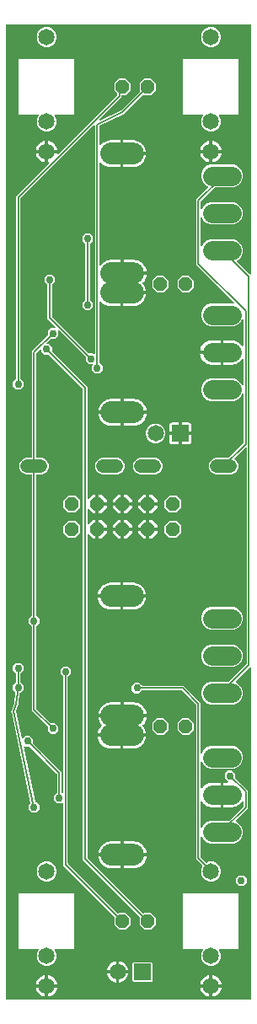
<source format=gbl>
G04 EAGLE Gerber RS-274X export*
G75*
%MOMM*%
%FSLAX34Y34*%
%LPD*%
%INBottom Copper*%
%IPPOS*%
%AMOC8*
5,1,8,0,0,1.08239X$1,22.5*%
G01*
%ADD10C,2.184400*%
%ADD11C,1.950000*%
%ADD12R,1.651000X1.651000*%
%ADD13C,1.651000*%
%ADD14C,1.320800*%
%ADD15P,1.429621X8X202.500000*%
%ADD16P,1.429621X8X22.500000*%
%ADD17P,1.539592X8X202.500000*%
%ADD18C,1.650000*%
%ADD19C,0.756400*%
%ADD20C,0.152400*%

G36*
X255598Y10164D02*
X255598Y10164D01*
X255617Y10162D01*
X255719Y10184D01*
X255821Y10200D01*
X255838Y10210D01*
X255858Y10214D01*
X255947Y10267D01*
X256038Y10316D01*
X256052Y10330D01*
X256069Y10340D01*
X256136Y10419D01*
X256208Y10494D01*
X256216Y10512D01*
X256229Y10527D01*
X256268Y10623D01*
X256311Y10717D01*
X256313Y10737D01*
X256321Y10755D01*
X256339Y10922D01*
X256339Y343343D01*
X256328Y343413D01*
X256326Y343485D01*
X256308Y343534D01*
X256300Y343585D01*
X256266Y343649D01*
X256241Y343716D01*
X256209Y343757D01*
X256184Y343803D01*
X256133Y343852D01*
X256088Y343908D01*
X256044Y343936D01*
X256006Y343972D01*
X255941Y344002D01*
X255881Y344041D01*
X255830Y344054D01*
X255783Y344076D01*
X255712Y344084D01*
X255642Y344101D01*
X255590Y344097D01*
X255539Y344103D01*
X255468Y344088D01*
X255397Y344082D01*
X255349Y344062D01*
X255298Y344051D01*
X255237Y344014D01*
X255171Y343986D01*
X255115Y343941D01*
X255087Y343924D01*
X255072Y343907D01*
X255040Y343881D01*
X254724Y343565D01*
X240888Y329729D01*
X240861Y329692D01*
X240827Y329661D01*
X240790Y329592D01*
X240744Y329529D01*
X240731Y329485D01*
X240709Y329445D01*
X240695Y329368D01*
X240672Y329294D01*
X240673Y329248D01*
X240665Y329203D01*
X240676Y329126D01*
X240678Y329048D01*
X240694Y329005D01*
X240701Y328960D01*
X240736Y328890D01*
X240763Y328817D01*
X240792Y328781D01*
X240812Y328741D01*
X240868Y328686D01*
X240917Y328625D01*
X240955Y328600D01*
X240988Y328568D01*
X241108Y328502D01*
X241123Y328492D01*
X241128Y328491D01*
X241135Y328487D01*
X243137Y327658D01*
X246308Y324487D01*
X248025Y320343D01*
X248025Y315857D01*
X246308Y311713D01*
X243137Y308542D01*
X238993Y306825D01*
X215007Y306825D01*
X210863Y308542D01*
X207692Y311713D01*
X205975Y315857D01*
X205975Y320343D01*
X207692Y324487D01*
X210863Y327658D01*
X215007Y329375D01*
X233751Y329375D01*
X233841Y329389D01*
X233932Y329397D01*
X233961Y329409D01*
X233993Y329414D01*
X234074Y329457D01*
X234158Y329493D01*
X234190Y329519D01*
X234211Y329530D01*
X234233Y329553D01*
X234289Y329598D01*
X251490Y346799D01*
X251543Y346873D01*
X251603Y346943D01*
X251615Y346973D01*
X251634Y346999D01*
X251661Y347086D01*
X251695Y347171D01*
X251699Y347212D01*
X251706Y347234D01*
X251705Y347266D01*
X251713Y347337D01*
X251713Y564142D01*
X251702Y564212D01*
X251700Y564284D01*
X251682Y564333D01*
X251674Y564384D01*
X251640Y564448D01*
X251615Y564515D01*
X251583Y564556D01*
X251558Y564602D01*
X251507Y564651D01*
X251462Y564707D01*
X251418Y564735D01*
X251380Y564771D01*
X251315Y564801D01*
X251255Y564840D01*
X251204Y564853D01*
X251157Y564875D01*
X251086Y564883D01*
X251016Y564900D01*
X250964Y564896D01*
X250913Y564902D01*
X250842Y564887D01*
X250771Y564881D01*
X250723Y564861D01*
X250672Y564850D01*
X250611Y564813D01*
X250545Y564785D01*
X250489Y564740D01*
X250461Y564723D01*
X250446Y564706D01*
X250414Y564680D01*
X239805Y554071D01*
X239793Y554055D01*
X239778Y554043D01*
X239722Y553955D01*
X239662Y553871D01*
X239656Y553853D01*
X239645Y553836D01*
X239620Y553735D01*
X239589Y553636D01*
X239590Y553616D01*
X239585Y553597D01*
X239593Y553494D01*
X239596Y553390D01*
X239602Y553372D01*
X239604Y553352D01*
X239644Y553257D01*
X239680Y553159D01*
X239693Y553144D01*
X239700Y553126D01*
X239805Y552995D01*
X242095Y550705D01*
X243333Y547717D01*
X243333Y544483D01*
X242095Y541495D01*
X239809Y539209D01*
X236821Y537971D01*
X220379Y537971D01*
X217391Y539209D01*
X215105Y541495D01*
X213867Y544483D01*
X213867Y547717D01*
X215105Y550705D01*
X217391Y552991D01*
X220379Y554229D01*
X233179Y554229D01*
X233270Y554243D01*
X233360Y554251D01*
X233390Y554263D01*
X233422Y554268D01*
X233503Y554311D01*
X233587Y554347D01*
X233619Y554373D01*
X233640Y554384D01*
X233662Y554407D01*
X233718Y554452D01*
X248315Y569049D01*
X248368Y569123D01*
X248428Y569193D01*
X248440Y569223D01*
X248459Y569249D01*
X248486Y569336D01*
X248520Y569421D01*
X248524Y569462D01*
X248531Y569484D01*
X248530Y569516D01*
X248538Y569588D01*
X248538Y618070D01*
X248523Y618166D01*
X248513Y618263D01*
X248503Y618287D01*
X248499Y618313D01*
X248453Y618399D01*
X248413Y618488D01*
X248396Y618507D01*
X248383Y618530D01*
X248313Y618597D01*
X248247Y618669D01*
X248224Y618682D01*
X248205Y618700D01*
X248117Y618741D01*
X248031Y618788D01*
X248006Y618792D01*
X247982Y618803D01*
X247885Y618814D01*
X247789Y618831D01*
X247763Y618827D01*
X247738Y618830D01*
X247642Y618810D01*
X247546Y618795D01*
X247523Y618784D01*
X247497Y618778D01*
X247414Y618728D01*
X247327Y618684D01*
X247308Y618665D01*
X247286Y618652D01*
X247223Y618578D01*
X247155Y618508D01*
X247139Y618480D01*
X247126Y618465D01*
X247114Y618434D01*
X247074Y618361D01*
X246308Y616513D01*
X243137Y613342D01*
X238993Y611625D01*
X215007Y611625D01*
X210863Y613342D01*
X207692Y616513D01*
X205975Y620657D01*
X205975Y625143D01*
X207692Y629287D01*
X210863Y632458D01*
X215007Y634175D01*
X238993Y634175D01*
X243137Y632458D01*
X246308Y629287D01*
X247074Y627439D01*
X247125Y627356D01*
X247171Y627270D01*
X247189Y627252D01*
X247203Y627230D01*
X247279Y627167D01*
X247349Y627100D01*
X247373Y627089D01*
X247393Y627073D01*
X247484Y627038D01*
X247572Y626997D01*
X247598Y626994D01*
X247622Y626985D01*
X247720Y626980D01*
X247816Y626970D01*
X247842Y626975D01*
X247868Y626974D01*
X247962Y627001D01*
X248057Y627022D01*
X248079Y627035D01*
X248104Y627043D01*
X248184Y627098D01*
X248268Y627148D01*
X248285Y627168D01*
X248306Y627183D01*
X248365Y627261D01*
X248428Y627335D01*
X248438Y627359D01*
X248453Y627380D01*
X248483Y627473D01*
X248520Y627563D01*
X248523Y627596D01*
X248529Y627614D01*
X248529Y627647D01*
X248538Y627730D01*
X248538Y653372D01*
X248537Y653380D01*
X248538Y653388D01*
X248517Y653501D01*
X248499Y653615D01*
X248495Y653622D01*
X248493Y653630D01*
X248437Y653731D01*
X248383Y653832D01*
X248378Y653838D01*
X248374Y653845D01*
X248288Y653923D01*
X248205Y654002D01*
X248198Y654005D01*
X248192Y654010D01*
X248086Y654057D01*
X247982Y654105D01*
X247974Y654106D01*
X247967Y654109D01*
X247852Y654120D01*
X247738Y654132D01*
X247730Y654131D01*
X247722Y654131D01*
X247610Y654104D01*
X247497Y654080D01*
X247490Y654076D01*
X247483Y654074D01*
X247385Y654013D01*
X247286Y653954D01*
X247281Y653948D01*
X247274Y653944D01*
X247161Y653820D01*
X246125Y652393D01*
X244757Y651025D01*
X243192Y649888D01*
X241468Y649010D01*
X239628Y648412D01*
X237717Y648109D01*
X228523Y648109D01*
X228523Y659638D01*
X228520Y659658D01*
X228522Y659677D01*
X228500Y659779D01*
X228483Y659881D01*
X228474Y659898D01*
X228470Y659918D01*
X228417Y660007D01*
X228368Y660098D01*
X228354Y660112D01*
X228344Y660129D01*
X228265Y660196D01*
X228190Y660267D01*
X228172Y660276D01*
X228157Y660289D01*
X228061Y660327D01*
X227967Y660371D01*
X227947Y660373D01*
X227929Y660381D01*
X227762Y660399D01*
X226999Y660399D01*
X226999Y660401D01*
X227762Y660401D01*
X227782Y660404D01*
X227801Y660402D01*
X227903Y660424D01*
X228005Y660441D01*
X228022Y660450D01*
X228042Y660454D01*
X228131Y660507D01*
X228222Y660556D01*
X228236Y660570D01*
X228253Y660580D01*
X228320Y660659D01*
X228391Y660734D01*
X228400Y660752D01*
X228413Y660767D01*
X228452Y660863D01*
X228495Y660957D01*
X228497Y660977D01*
X228505Y660995D01*
X228523Y661162D01*
X228523Y672691D01*
X237717Y672691D01*
X239628Y672388D01*
X241468Y671790D01*
X243192Y670912D01*
X244757Y669775D01*
X246125Y668407D01*
X247161Y666980D01*
X247167Y666975D01*
X247171Y666968D01*
X247254Y666889D01*
X247336Y666807D01*
X247343Y666804D01*
X247349Y666798D01*
X247453Y666750D01*
X247557Y666699D01*
X247565Y666698D01*
X247572Y666695D01*
X247686Y666682D01*
X247801Y666667D01*
X247809Y666669D01*
X247816Y666668D01*
X247929Y666692D01*
X248042Y666714D01*
X248049Y666718D01*
X248057Y666720D01*
X248155Y666779D01*
X248256Y666836D01*
X248261Y666842D01*
X248268Y666846D01*
X248343Y666934D01*
X248420Y667020D01*
X248423Y667027D01*
X248428Y667033D01*
X248471Y667140D01*
X248516Y667246D01*
X248517Y667254D01*
X248520Y667261D01*
X248538Y667428D01*
X248538Y693070D01*
X248523Y693166D01*
X248513Y693263D01*
X248503Y693287D01*
X248499Y693313D01*
X248453Y693399D01*
X248413Y693488D01*
X248396Y693507D01*
X248383Y693530D01*
X248313Y693597D01*
X248247Y693669D01*
X248224Y693682D01*
X248205Y693700D01*
X248117Y693741D01*
X248031Y693788D01*
X248006Y693792D01*
X247982Y693803D01*
X247885Y693814D01*
X247789Y693831D01*
X247763Y693827D01*
X247738Y693830D01*
X247642Y693810D01*
X247546Y693795D01*
X247523Y693784D01*
X247497Y693778D01*
X247414Y693728D01*
X247327Y693684D01*
X247308Y693665D01*
X247286Y693652D01*
X247223Y693578D01*
X247155Y693508D01*
X247139Y693480D01*
X247126Y693465D01*
X247114Y693434D01*
X247074Y693361D01*
X246308Y691513D01*
X243137Y688342D01*
X238993Y686625D01*
X215007Y686625D01*
X210863Y688342D01*
X207692Y691513D01*
X205975Y695657D01*
X205975Y700143D01*
X207692Y704287D01*
X210863Y707458D01*
X215007Y709175D01*
X238254Y709175D01*
X238324Y709186D01*
X238396Y709188D01*
X238445Y709206D01*
X238496Y709214D01*
X238560Y709248D01*
X238627Y709273D01*
X238668Y709305D01*
X238714Y709330D01*
X238763Y709382D01*
X238819Y709426D01*
X238847Y709470D01*
X238883Y709508D01*
X238913Y709573D01*
X238952Y709633D01*
X238965Y709684D01*
X238987Y709731D01*
X238995Y709802D01*
X239012Y709872D01*
X239008Y709924D01*
X239014Y709975D01*
X238999Y710046D01*
X238993Y710117D01*
X238973Y710165D01*
X238962Y710216D01*
X238925Y710277D01*
X238897Y710343D01*
X238852Y710399D01*
X238835Y710427D01*
X238818Y710442D01*
X238792Y710474D01*
X200913Y748353D01*
X200913Y813747D01*
X202476Y815310D01*
X213130Y825964D01*
X213157Y826001D01*
X213190Y826032D01*
X213228Y826100D01*
X213273Y826163D01*
X213287Y826207D01*
X213309Y826247D01*
X213323Y826324D01*
X213346Y826398D01*
X213344Y826444D01*
X213353Y826490D01*
X213341Y826567D01*
X213339Y826644D01*
X213324Y826687D01*
X213317Y826733D01*
X213282Y826802D01*
X213255Y826875D01*
X213226Y826911D01*
X213205Y826952D01*
X213150Y827007D01*
X213101Y827067D01*
X213063Y827092D01*
X213030Y827124D01*
X212910Y827190D01*
X212894Y827200D01*
X212889Y827202D01*
X212883Y827205D01*
X210863Y828042D01*
X207692Y831213D01*
X205975Y835357D01*
X205975Y839843D01*
X207692Y843987D01*
X210863Y847158D01*
X215007Y848875D01*
X238993Y848875D01*
X243137Y847158D01*
X246308Y843987D01*
X248025Y839843D01*
X248025Y835357D01*
X246308Y831213D01*
X243137Y828042D01*
X238993Y826325D01*
X220274Y826325D01*
X220184Y826311D01*
X220093Y826303D01*
X220064Y826291D01*
X220032Y826286D01*
X219951Y826243D01*
X219867Y826207D01*
X219835Y826181D01*
X219814Y826170D01*
X219792Y826147D01*
X219736Y826102D01*
X205710Y812076D01*
X205657Y812002D01*
X205597Y811932D01*
X205585Y811902D01*
X205566Y811876D01*
X205539Y811789D01*
X205505Y811704D01*
X205501Y811663D01*
X205494Y811641D01*
X205495Y811609D01*
X205487Y811537D01*
X205487Y804990D01*
X205502Y804894D01*
X205512Y804797D01*
X205522Y804773D01*
X205526Y804748D01*
X205572Y804662D01*
X205612Y804573D01*
X205629Y804553D01*
X205642Y804530D01*
X205712Y804463D01*
X205778Y804391D01*
X205801Y804379D01*
X205820Y804361D01*
X205908Y804320D01*
X205994Y804273D01*
X206019Y804268D01*
X206043Y804257D01*
X206140Y804246D01*
X206236Y804229D01*
X206262Y804233D01*
X206287Y804230D01*
X206383Y804251D01*
X206479Y804265D01*
X206502Y804277D01*
X206528Y804282D01*
X206611Y804332D01*
X206698Y804376D01*
X206717Y804395D01*
X206739Y804409D01*
X206802Y804482D01*
X206870Y804552D01*
X206886Y804581D01*
X206899Y804595D01*
X206911Y804626D01*
X206951Y804699D01*
X207692Y806487D01*
X210863Y809658D01*
X215007Y811375D01*
X238993Y811375D01*
X243137Y809658D01*
X246308Y806487D01*
X248025Y802343D01*
X248025Y797857D01*
X246308Y793713D01*
X243137Y790542D01*
X238993Y788825D01*
X215007Y788825D01*
X210863Y790542D01*
X207692Y793713D01*
X206951Y795501D01*
X206900Y795584D01*
X206854Y795670D01*
X206836Y795688D01*
X206822Y795710D01*
X206746Y795772D01*
X206676Y795839D01*
X206652Y795850D01*
X206632Y795867D01*
X206541Y795902D01*
X206453Y795943D01*
X206427Y795946D01*
X206403Y795955D01*
X206305Y795959D01*
X206209Y795970D01*
X206183Y795964D01*
X206157Y795965D01*
X206063Y795938D01*
X205968Y795918D01*
X205946Y795904D01*
X205921Y795897D01*
X205841Y795841D01*
X205757Y795791D01*
X205740Y795772D01*
X205719Y795757D01*
X205660Y795679D01*
X205597Y795605D01*
X205587Y795580D01*
X205572Y795559D01*
X205542Y795467D01*
X205505Y795376D01*
X205502Y795344D01*
X205496Y795325D01*
X205496Y795292D01*
X205487Y795210D01*
X205487Y767490D01*
X205502Y767394D01*
X205512Y767297D01*
X205522Y767273D01*
X205526Y767248D01*
X205572Y767162D01*
X205612Y767073D01*
X205629Y767053D01*
X205642Y767030D01*
X205712Y766963D01*
X205778Y766891D01*
X205801Y766879D01*
X205820Y766861D01*
X205908Y766820D01*
X205994Y766773D01*
X206019Y766768D01*
X206043Y766757D01*
X206140Y766746D01*
X206236Y766729D01*
X206262Y766733D01*
X206287Y766730D01*
X206383Y766751D01*
X206479Y766765D01*
X206502Y766777D01*
X206528Y766782D01*
X206611Y766832D01*
X206698Y766876D01*
X206717Y766895D01*
X206739Y766909D01*
X206802Y766982D01*
X206870Y767052D01*
X206886Y767081D01*
X206899Y767095D01*
X206911Y767126D01*
X206951Y767199D01*
X207692Y768987D01*
X210863Y772158D01*
X215007Y773875D01*
X238993Y773875D01*
X243137Y772158D01*
X246308Y768987D01*
X248025Y764843D01*
X248025Y760357D01*
X246308Y756213D01*
X243137Y753042D01*
X242531Y752791D01*
X242492Y752767D01*
X242449Y752751D01*
X242389Y752703D01*
X242322Y752661D01*
X242293Y752626D01*
X242257Y752597D01*
X242215Y752532D01*
X242166Y752472D01*
X242149Y752429D01*
X242124Y752391D01*
X242105Y752315D01*
X242077Y752242D01*
X242075Y752197D01*
X242064Y752152D01*
X242070Y752074D01*
X242067Y751997D01*
X242080Y751952D01*
X242083Y751907D01*
X242114Y751835D01*
X242135Y751760D01*
X242162Y751723D01*
X242180Y751680D01*
X242265Y751574D01*
X242276Y751558D01*
X242280Y751555D01*
X242284Y751549D01*
X254724Y739110D01*
X255040Y738794D01*
X255098Y738752D01*
X255150Y738703D01*
X255197Y738681D01*
X255239Y738651D01*
X255308Y738630D01*
X255373Y738599D01*
X255425Y738594D01*
X255475Y738578D01*
X255546Y738580D01*
X255617Y738572D01*
X255668Y738583D01*
X255720Y738585D01*
X255788Y738609D01*
X255858Y738624D01*
X255903Y738651D01*
X255951Y738669D01*
X256007Y738714D01*
X256069Y738751D01*
X256103Y738790D01*
X256143Y738823D01*
X256182Y738883D01*
X256229Y738938D01*
X256248Y738986D01*
X256276Y739030D01*
X256294Y739099D01*
X256321Y739166D01*
X256329Y739237D01*
X256337Y739268D01*
X256335Y739292D01*
X256339Y739332D01*
X256339Y989078D01*
X256336Y989098D01*
X256338Y989117D01*
X256316Y989219D01*
X256300Y989321D01*
X256290Y989338D01*
X256286Y989358D01*
X256233Y989447D01*
X256184Y989538D01*
X256170Y989552D01*
X256160Y989569D01*
X256081Y989636D01*
X256006Y989708D01*
X255988Y989716D01*
X255973Y989729D01*
X255877Y989768D01*
X255783Y989811D01*
X255763Y989813D01*
X255745Y989821D01*
X255578Y989839D01*
X10922Y989839D01*
X10902Y989836D01*
X10883Y989838D01*
X10781Y989816D01*
X10679Y989800D01*
X10662Y989790D01*
X10642Y989786D01*
X10553Y989733D01*
X10462Y989684D01*
X10448Y989670D01*
X10431Y989660D01*
X10364Y989581D01*
X10292Y989506D01*
X10284Y989488D01*
X10271Y989473D01*
X10232Y989377D01*
X10189Y989283D01*
X10187Y989263D01*
X10179Y989245D01*
X10161Y989078D01*
X10161Y10922D01*
X10164Y10902D01*
X10162Y10883D01*
X10184Y10781D01*
X10200Y10679D01*
X10210Y10662D01*
X10214Y10642D01*
X10267Y10553D01*
X10316Y10462D01*
X10330Y10448D01*
X10340Y10431D01*
X10419Y10364D01*
X10494Y10292D01*
X10512Y10284D01*
X10527Y10271D01*
X10623Y10232D01*
X10717Y10189D01*
X10737Y10187D01*
X10755Y10179D01*
X10922Y10161D01*
X255578Y10161D01*
X255598Y10164D01*
G37*
%LPC*%
G36*
X149033Y80771D02*
X149033Y80771D01*
X144271Y85533D01*
X144271Y92267D01*
X144497Y92493D01*
X144509Y92509D01*
X144524Y92521D01*
X144580Y92608D01*
X144640Y92692D01*
X144646Y92711D01*
X144657Y92728D01*
X144682Y92829D01*
X144713Y92927D01*
X144712Y92947D01*
X144717Y92967D01*
X144709Y93070D01*
X144706Y93173D01*
X144700Y93192D01*
X144698Y93212D01*
X144658Y93307D01*
X144622Y93404D01*
X144609Y93420D01*
X144602Y93438D01*
X144497Y93569D01*
X87248Y150818D01*
X87248Y623577D01*
X87234Y623668D01*
X87226Y623758D01*
X87214Y623788D01*
X87209Y623820D01*
X87166Y623901D01*
X87130Y623985D01*
X87104Y624017D01*
X87093Y624038D01*
X87070Y624060D01*
X87025Y624116D01*
X53096Y658045D01*
X53022Y658098D01*
X52952Y658158D01*
X52922Y658170D01*
X52896Y658189D01*
X52809Y658216D01*
X52724Y658250D01*
X52683Y658254D01*
X52661Y658261D01*
X52629Y658260D01*
X52557Y658268D01*
X48602Y658268D01*
X45493Y661377D01*
X45493Y662722D01*
X45482Y662792D01*
X45480Y662864D01*
X45462Y662913D01*
X45454Y662964D01*
X45420Y663028D01*
X45395Y663095D01*
X45363Y663136D01*
X45338Y663182D01*
X45286Y663231D01*
X45242Y663287D01*
X45198Y663315D01*
X45160Y663351D01*
X45095Y663381D01*
X45035Y663420D01*
X44984Y663433D01*
X44937Y663455D01*
X44866Y663463D01*
X44796Y663480D01*
X44744Y663476D01*
X44693Y663482D01*
X44622Y663467D01*
X44551Y663461D01*
X44503Y663441D01*
X44452Y663430D01*
X44391Y663393D01*
X44325Y663365D01*
X44269Y663320D01*
X44241Y663303D01*
X44226Y663286D01*
X44194Y663260D01*
X40610Y659676D01*
X40557Y659602D01*
X40497Y659532D01*
X40485Y659502D01*
X40466Y659476D01*
X40439Y659389D01*
X40405Y659304D01*
X40401Y659263D01*
X40394Y659241D01*
X40395Y659209D01*
X40387Y659137D01*
X40387Y554990D01*
X40390Y554970D01*
X40388Y554951D01*
X40410Y554849D01*
X40426Y554747D01*
X40436Y554730D01*
X40440Y554710D01*
X40493Y554621D01*
X40542Y554530D01*
X40556Y554516D01*
X40566Y554499D01*
X40645Y554432D01*
X40720Y554360D01*
X40738Y554352D01*
X40753Y554339D01*
X40849Y554300D01*
X40943Y554257D01*
X40963Y554255D01*
X40981Y554247D01*
X41148Y554229D01*
X46321Y554229D01*
X49309Y552991D01*
X51595Y550705D01*
X52833Y547717D01*
X52833Y544483D01*
X51595Y541495D01*
X49309Y539209D01*
X46321Y537971D01*
X41148Y537971D01*
X41128Y537968D01*
X41109Y537970D01*
X41007Y537948D01*
X40905Y537932D01*
X40888Y537922D01*
X40868Y537918D01*
X40779Y537865D01*
X40688Y537816D01*
X40674Y537802D01*
X40657Y537792D01*
X40590Y537713D01*
X40518Y537638D01*
X40510Y537620D01*
X40497Y537605D01*
X40458Y537509D01*
X40415Y537415D01*
X40413Y537395D01*
X40405Y537377D01*
X40387Y537210D01*
X40387Y396058D01*
X40401Y395968D01*
X40409Y395877D01*
X40421Y395848D01*
X40426Y395816D01*
X40469Y395735D01*
X40505Y395651D01*
X40531Y395619D01*
X40542Y395598D01*
X40565Y395576D01*
X40610Y395520D01*
X43407Y392723D01*
X43407Y388327D01*
X40610Y385530D01*
X40557Y385456D01*
X40497Y385386D01*
X40485Y385356D01*
X40466Y385330D01*
X40439Y385243D01*
X40405Y385158D01*
X40401Y385117D01*
X40394Y385095D01*
X40395Y385063D01*
X40387Y384992D01*
X40387Y302888D01*
X40401Y302797D01*
X40409Y302707D01*
X40421Y302677D01*
X40426Y302645D01*
X40469Y302564D01*
X40505Y302480D01*
X40531Y302448D01*
X40542Y302427D01*
X40565Y302405D01*
X40610Y302349D01*
X54854Y288105D01*
X54928Y288052D01*
X54998Y287992D01*
X55028Y287980D01*
X55054Y287961D01*
X55141Y287934D01*
X55226Y287900D01*
X55267Y287896D01*
X55289Y287889D01*
X55321Y287890D01*
X55393Y287882D01*
X59348Y287882D01*
X62457Y284773D01*
X62457Y280377D01*
X59348Y277268D01*
X54952Y277268D01*
X51843Y280377D01*
X51843Y284332D01*
X51829Y284423D01*
X51821Y284513D01*
X51809Y284543D01*
X51804Y284575D01*
X51761Y284656D01*
X51725Y284740D01*
X51699Y284772D01*
X51688Y284793D01*
X51665Y284815D01*
X51620Y284871D01*
X35813Y300678D01*
X35813Y384992D01*
X35799Y385082D01*
X35791Y385173D01*
X35779Y385202D01*
X35774Y385234D01*
X35731Y385315D01*
X35695Y385399D01*
X35669Y385431D01*
X35658Y385452D01*
X35635Y385474D01*
X35590Y385530D01*
X32793Y388327D01*
X32793Y392723D01*
X35590Y395520D01*
X35643Y395594D01*
X35703Y395664D01*
X35715Y395694D01*
X35734Y395720D01*
X35761Y395807D01*
X35795Y395892D01*
X35799Y395933D01*
X35806Y395955D01*
X35805Y395987D01*
X35813Y396058D01*
X35813Y537210D01*
X35810Y537230D01*
X35812Y537249D01*
X35790Y537351D01*
X35774Y537453D01*
X35764Y537470D01*
X35760Y537490D01*
X35707Y537579D01*
X35658Y537670D01*
X35644Y537684D01*
X35634Y537701D01*
X35555Y537768D01*
X35480Y537840D01*
X35462Y537848D01*
X35447Y537861D01*
X35351Y537900D01*
X35257Y537943D01*
X35237Y537945D01*
X35219Y537953D01*
X35052Y537971D01*
X29879Y537971D01*
X26891Y539209D01*
X24605Y541495D01*
X23367Y544483D01*
X23367Y547717D01*
X24605Y550705D01*
X26891Y552991D01*
X29879Y554229D01*
X35052Y554229D01*
X35072Y554232D01*
X35091Y554230D01*
X35193Y554252D01*
X35295Y554268D01*
X35312Y554278D01*
X35332Y554282D01*
X35421Y554335D01*
X35512Y554384D01*
X35526Y554398D01*
X35543Y554408D01*
X35610Y554487D01*
X35682Y554562D01*
X35690Y554580D01*
X35703Y554595D01*
X35742Y554691D01*
X35785Y554785D01*
X35787Y554805D01*
X35795Y554823D01*
X35813Y554990D01*
X35813Y661347D01*
X51620Y677154D01*
X51673Y677228D01*
X51733Y677298D01*
X51745Y677328D01*
X51764Y677354D01*
X51791Y677441D01*
X51825Y677526D01*
X51829Y677567D01*
X51836Y677589D01*
X51835Y677621D01*
X51843Y677693D01*
X51843Y681648D01*
X54952Y684757D01*
X59472Y684757D01*
X59542Y684768D01*
X59614Y684770D01*
X59663Y684788D01*
X59714Y684796D01*
X59778Y684830D01*
X59845Y684855D01*
X59886Y684887D01*
X59932Y684912D01*
X59981Y684964D01*
X60037Y685008D01*
X60065Y685052D01*
X60101Y685090D01*
X60131Y685155D01*
X60170Y685215D01*
X60183Y685266D01*
X60205Y685313D01*
X60213Y685384D01*
X60230Y685454D01*
X60226Y685506D01*
X60232Y685557D01*
X60217Y685628D01*
X60211Y685699D01*
X60191Y685747D01*
X60180Y685798D01*
X60143Y685859D01*
X60115Y685925D01*
X60070Y685981D01*
X60053Y686009D01*
X60036Y686024D01*
X60010Y686056D01*
X53251Y692815D01*
X51688Y694378D01*
X51688Y727892D01*
X51674Y727982D01*
X51666Y728073D01*
X51654Y728102D01*
X51649Y728134D01*
X51606Y728215D01*
X51570Y728299D01*
X51544Y728331D01*
X51533Y728352D01*
X51510Y728374D01*
X51465Y728430D01*
X48668Y731227D01*
X48668Y735623D01*
X51777Y738732D01*
X56173Y738732D01*
X59282Y735623D01*
X59282Y731227D01*
X56485Y728430D01*
X56432Y728356D01*
X56372Y728286D01*
X56360Y728256D01*
X56341Y728230D01*
X56314Y728143D01*
X56280Y728058D01*
X56276Y728017D01*
X56269Y727995D01*
X56270Y727963D01*
X56262Y727892D01*
X56262Y696588D01*
X56276Y696497D01*
X56284Y696407D01*
X56296Y696377D01*
X56301Y696345D01*
X56344Y696264D01*
X56380Y696180D01*
X56406Y696148D01*
X56417Y696127D01*
X56440Y696105D01*
X56485Y696049D01*
X92954Y659580D01*
X93028Y659527D01*
X93098Y659467D01*
X93128Y659455D01*
X93154Y659436D01*
X93241Y659409D01*
X93326Y659375D01*
X93367Y659371D01*
X93389Y659364D01*
X93421Y659365D01*
X93493Y659357D01*
X97448Y659357D01*
X98014Y658791D01*
X98072Y658749D01*
X98124Y658700D01*
X98171Y658678D01*
X98213Y658648D01*
X98282Y658626D01*
X98347Y658596D01*
X98399Y658591D01*
X98449Y658575D01*
X98520Y658577D01*
X98591Y658569D01*
X98642Y658580D01*
X98694Y658582D01*
X98762Y658606D01*
X98832Y658621D01*
X98877Y658648D01*
X98925Y658666D01*
X98981Y658711D01*
X99043Y658748D01*
X99077Y658787D01*
X99117Y658820D01*
X99156Y658880D01*
X99203Y658935D01*
X99222Y658983D01*
X99250Y659027D01*
X99268Y659096D01*
X99295Y659163D01*
X99303Y659234D01*
X99311Y659265D01*
X99309Y659288D01*
X99313Y659329D01*
X99313Y887992D01*
X99302Y888062D01*
X99300Y888134D01*
X99282Y888183D01*
X99274Y888234D01*
X99240Y888298D01*
X99215Y888365D01*
X99183Y888406D01*
X99158Y888452D01*
X99106Y888501D01*
X99062Y888557D01*
X99018Y888585D01*
X98980Y888621D01*
X98915Y888651D01*
X98855Y888690D01*
X98804Y888703D01*
X98757Y888725D01*
X98686Y888733D01*
X98616Y888750D01*
X98564Y888746D01*
X98513Y888752D01*
X98442Y888737D01*
X98371Y888731D01*
X98323Y888711D01*
X98272Y888700D01*
X98211Y888663D01*
X98145Y888635D01*
X98089Y888590D01*
X98061Y888573D01*
X98046Y888556D01*
X98014Y888530D01*
X24735Y815251D01*
X24682Y815177D01*
X24622Y815107D01*
X24610Y815077D01*
X24591Y815051D01*
X24564Y814964D01*
X24530Y814879D01*
X24526Y814838D01*
X24519Y814816D01*
X24520Y814784D01*
X24512Y814712D01*
X24512Y634183D01*
X24526Y634093D01*
X24534Y634002D01*
X24546Y633973D01*
X24551Y633941D01*
X24594Y633860D01*
X24630Y633776D01*
X24656Y633744D01*
X24667Y633723D01*
X24690Y633701D01*
X24735Y633645D01*
X27532Y630848D01*
X27532Y626452D01*
X24423Y623343D01*
X20027Y623343D01*
X16918Y626452D01*
X16918Y630848D01*
X19715Y633645D01*
X19768Y633719D01*
X19828Y633789D01*
X19840Y633819D01*
X19859Y633845D01*
X19886Y633932D01*
X19920Y634017D01*
X19924Y634058D01*
X19931Y634080D01*
X19930Y634112D01*
X19938Y634183D01*
X19938Y816922D01*
X53172Y850156D01*
X53177Y850163D01*
X53183Y850168D01*
X53249Y850263D01*
X53316Y850356D01*
X53318Y850364D01*
X53323Y850370D01*
X53354Y850481D01*
X53388Y850591D01*
X53388Y850599D01*
X53390Y850607D01*
X53385Y850721D01*
X53382Y850837D01*
X53379Y850844D01*
X53379Y850852D01*
X53337Y850959D01*
X53297Y851068D01*
X53292Y851074D01*
X53290Y851082D01*
X53216Y851170D01*
X53144Y851260D01*
X53137Y851264D01*
X53132Y851270D01*
X53034Y851331D01*
X52937Y851393D01*
X52929Y851395D01*
X52922Y851399D01*
X52810Y851425D01*
X52698Y851453D01*
X52690Y851452D01*
X52683Y851454D01*
X52515Y851446D01*
X52323Y851416D01*
X52323Y860577D01*
X61484Y860577D01*
X61454Y860385D01*
X61454Y860377D01*
X61451Y860369D01*
X61454Y860254D01*
X61455Y860139D01*
X61457Y860132D01*
X61458Y860124D01*
X61497Y860015D01*
X61535Y859906D01*
X61539Y859900D01*
X61542Y859893D01*
X61614Y859803D01*
X61684Y859711D01*
X61691Y859707D01*
X61696Y859700D01*
X61793Y859638D01*
X61888Y859574D01*
X61896Y859572D01*
X61903Y859567D01*
X62014Y859539D01*
X62126Y859509D01*
X62134Y859509D01*
X62141Y859507D01*
X62256Y859516D01*
X62371Y859523D01*
X62379Y859526D01*
X62386Y859527D01*
X62492Y859571D01*
X62599Y859615D01*
X62606Y859620D01*
X62613Y859623D01*
X62744Y859728D01*
X121315Y918299D01*
X121368Y918373D01*
X121428Y918443D01*
X121440Y918473D01*
X121459Y918499D01*
X121486Y918586D01*
X121520Y918671D01*
X121524Y918712D01*
X121531Y918734D01*
X121530Y918766D01*
X121538Y918838D01*
X121538Y920751D01*
X121524Y920841D01*
X121516Y920932D01*
X121504Y920961D01*
X121499Y920993D01*
X121456Y921074D01*
X121420Y921158D01*
X121394Y921190D01*
X121383Y921211D01*
X121360Y921233D01*
X121315Y921289D01*
X118871Y923733D01*
X118871Y930467D01*
X123633Y935229D01*
X130367Y935229D01*
X135129Y930467D01*
X135129Y923733D01*
X130367Y918971D01*
X126873Y918971D01*
X126853Y918968D01*
X126834Y918970D01*
X126732Y918948D01*
X126630Y918932D01*
X126613Y918922D01*
X126593Y918918D01*
X126504Y918865D01*
X126413Y918816D01*
X126399Y918802D01*
X126382Y918792D01*
X126315Y918713D01*
X126243Y918638D01*
X126235Y918620D01*
X126222Y918605D01*
X126183Y918509D01*
X126140Y918415D01*
X126138Y918395D01*
X126130Y918377D01*
X126112Y918210D01*
X126112Y916628D01*
X103798Y894314D01*
X103797Y894313D01*
X103721Y894207D01*
X103655Y894114D01*
X103654Y894114D01*
X103654Y894113D01*
X103616Y893990D01*
X103582Y893879D01*
X103582Y893878D01*
X103582Y893877D01*
X103585Y893757D01*
X103589Y893634D01*
X103589Y893632D01*
X103589Y893631D01*
X103630Y893521D01*
X103673Y893402D01*
X103674Y893402D01*
X103674Y893401D01*
X103749Y893307D01*
X103827Y893210D01*
X103828Y893210D01*
X103828Y893209D01*
X103932Y893143D01*
X104034Y893077D01*
X104035Y893077D01*
X104036Y893077D01*
X104158Y893046D01*
X104272Y893017D01*
X104273Y893017D01*
X104274Y893017D01*
X104399Y893027D01*
X104517Y893037D01*
X104518Y893037D01*
X104519Y893037D01*
X104677Y893095D01*
X125535Y903524D01*
X125566Y903547D01*
X125602Y903562D01*
X125733Y903667D01*
X144497Y922431D01*
X144509Y922447D01*
X144524Y922459D01*
X144580Y922547D01*
X144640Y922631D01*
X144646Y922650D01*
X144657Y922666D01*
X144682Y922767D01*
X144713Y922866D01*
X144712Y922886D01*
X144717Y922905D01*
X144709Y923008D01*
X144706Y923111D01*
X144700Y923130D01*
X144698Y923150D01*
X144658Y923245D01*
X144622Y923343D01*
X144609Y923358D01*
X144602Y923376D01*
X144497Y923507D01*
X144271Y923733D01*
X144271Y930467D01*
X149033Y935229D01*
X155767Y935229D01*
X160529Y930467D01*
X160529Y923733D01*
X155767Y918971D01*
X149033Y918971D01*
X148807Y919197D01*
X148791Y919209D01*
X148779Y919224D01*
X148692Y919280D01*
X148608Y919340D01*
X148589Y919346D01*
X148572Y919357D01*
X148471Y919382D01*
X148373Y919413D01*
X148353Y919412D01*
X148333Y919417D01*
X148230Y919409D01*
X148127Y919406D01*
X148108Y919400D01*
X148088Y919398D01*
X147993Y919358D01*
X147896Y919322D01*
X147880Y919309D01*
X147862Y919302D01*
X147731Y919197D01*
X129126Y900592D01*
X129083Y900532D01*
X129043Y900490D01*
X129036Y900474D01*
X129012Y900447D01*
X128995Y900411D01*
X128982Y900392D01*
X128973Y900361D01*
X128942Y900294D01*
X128870Y900078D01*
X128465Y899876D01*
X128434Y899853D01*
X128398Y899838D01*
X128267Y899733D01*
X127947Y899413D01*
X127720Y899413D01*
X127628Y899398D01*
X127536Y899391D01*
X127499Y899377D01*
X127477Y899374D01*
X127448Y899358D01*
X127379Y899333D01*
X104308Y887797D01*
X104249Y887755D01*
X104197Y887727D01*
X104185Y887715D01*
X104157Y887698D01*
X104135Y887673D01*
X104108Y887653D01*
X104056Y887580D01*
X104047Y887569D01*
X104027Y887549D01*
X104025Y887544D01*
X103997Y887511D01*
X103985Y887480D01*
X103965Y887453D01*
X103939Y887367D01*
X103905Y887283D01*
X103901Y887241D01*
X103894Y887218D01*
X103894Y887186D01*
X103887Y887116D01*
X103887Y869218D01*
X103888Y869210D01*
X103887Y869202D01*
X103908Y869089D01*
X103926Y868976D01*
X103930Y868969D01*
X103932Y868961D01*
X103988Y868860D01*
X104042Y868758D01*
X104047Y868753D01*
X104051Y868746D01*
X104137Y868668D01*
X104220Y868589D01*
X104227Y868586D01*
X104233Y868580D01*
X104339Y868534D01*
X104443Y868485D01*
X104451Y868484D01*
X104458Y868481D01*
X104574Y868471D01*
X104687Y868458D01*
X104695Y868460D01*
X104703Y868459D01*
X104816Y868486D01*
X104928Y868510D01*
X104935Y868515D01*
X104943Y868516D01*
X105041Y868578D01*
X105139Y868637D01*
X105144Y868643D01*
X105151Y868647D01*
X105264Y868771D01*
X105301Y868822D01*
X106800Y870321D01*
X108514Y871566D01*
X110402Y872528D01*
X112418Y873183D01*
X114510Y873515D01*
X124969Y873515D01*
X124969Y860814D01*
X124972Y860794D01*
X124970Y860775D01*
X124992Y860673D01*
X125009Y860571D01*
X125018Y860554D01*
X125022Y860534D01*
X125075Y860445D01*
X125124Y860354D01*
X125138Y860340D01*
X125148Y860323D01*
X125227Y860256D01*
X125302Y860185D01*
X125320Y860176D01*
X125335Y860163D01*
X125431Y860125D01*
X125525Y860081D01*
X125545Y860079D01*
X125563Y860071D01*
X125730Y860053D01*
X126493Y860053D01*
X126493Y860051D01*
X125730Y860051D01*
X125710Y860048D01*
X125691Y860050D01*
X125589Y860028D01*
X125487Y860011D01*
X125470Y860002D01*
X125450Y859998D01*
X125361Y859945D01*
X125270Y859896D01*
X125256Y859882D01*
X125239Y859872D01*
X125172Y859793D01*
X125101Y859718D01*
X125092Y859700D01*
X125079Y859685D01*
X125040Y859589D01*
X124997Y859495D01*
X124995Y859475D01*
X124987Y859457D01*
X124969Y859290D01*
X124969Y846589D01*
X114510Y846589D01*
X112418Y846921D01*
X110402Y847576D01*
X108514Y848538D01*
X106800Y849783D01*
X105301Y851282D01*
X105264Y851333D01*
X105258Y851339D01*
X105254Y851346D01*
X105171Y851425D01*
X105089Y851506D01*
X105082Y851510D01*
X105076Y851515D01*
X104972Y851564D01*
X104868Y851614D01*
X104860Y851615D01*
X104853Y851619D01*
X104739Y851631D01*
X104624Y851646D01*
X104617Y851645D01*
X104609Y851646D01*
X104496Y851621D01*
X104383Y851599D01*
X104376Y851595D01*
X104368Y851594D01*
X104269Y851535D01*
X104169Y851478D01*
X104164Y851472D01*
X104157Y851467D01*
X104082Y851380D01*
X104006Y851294D01*
X104002Y851287D01*
X103997Y851280D01*
X103954Y851173D01*
X103909Y851068D01*
X103908Y851060D01*
X103905Y851052D01*
X103887Y850886D01*
X103887Y748361D01*
X103888Y748353D01*
X103887Y748345D01*
X103908Y748232D01*
X103926Y748118D01*
X103930Y748111D01*
X103932Y748104D01*
X103988Y748002D01*
X104042Y747901D01*
X104047Y747896D01*
X104051Y747889D01*
X104137Y747811D01*
X104220Y747732D01*
X104227Y747728D01*
X104233Y747723D01*
X104339Y747677D01*
X104443Y747628D01*
X104451Y747627D01*
X104458Y747624D01*
X104573Y747614D01*
X104687Y747601D01*
X104695Y747603D01*
X104703Y747602D01*
X104815Y747629D01*
X104928Y747653D01*
X104935Y747657D01*
X104942Y747659D01*
X105040Y747720D01*
X105139Y747779D01*
X105144Y747785D01*
X105151Y747790D01*
X105264Y747914D01*
X105809Y748664D01*
X107308Y750163D01*
X109022Y751408D01*
X110910Y752370D01*
X112926Y753025D01*
X115018Y753357D01*
X125477Y753357D01*
X125477Y740656D01*
X125480Y740636D01*
X125478Y740617D01*
X125500Y740515D01*
X125517Y740413D01*
X125526Y740396D01*
X125530Y740376D01*
X125583Y740287D01*
X125632Y740196D01*
X125646Y740182D01*
X125656Y740165D01*
X125735Y740098D01*
X125810Y740027D01*
X125828Y740018D01*
X125843Y740005D01*
X125939Y739967D01*
X126033Y739923D01*
X126053Y739921D01*
X126071Y739913D01*
X126238Y739895D01*
X127001Y739895D01*
X127001Y739893D01*
X126238Y739893D01*
X126218Y739890D01*
X126199Y739892D01*
X126097Y739870D01*
X125995Y739853D01*
X125978Y739844D01*
X125958Y739840D01*
X125869Y739787D01*
X125778Y739738D01*
X125764Y739724D01*
X125747Y739714D01*
X125680Y739635D01*
X125609Y739560D01*
X125600Y739542D01*
X125587Y739527D01*
X125548Y739431D01*
X125505Y739337D01*
X125503Y739317D01*
X125495Y739299D01*
X125477Y739132D01*
X125477Y726386D01*
X125470Y726382D01*
X125450Y726378D01*
X125361Y726325D01*
X125270Y726276D01*
X125256Y726262D01*
X125239Y726252D01*
X125172Y726173D01*
X125101Y726098D01*
X125092Y726080D01*
X125079Y726065D01*
X125040Y725969D01*
X124997Y725875D01*
X124995Y725855D01*
X124987Y725837D01*
X124969Y725670D01*
X124969Y721114D01*
X124972Y721094D01*
X124970Y721075D01*
X124992Y720973D01*
X125009Y720871D01*
X125018Y720854D01*
X125022Y720834D01*
X125075Y720745D01*
X125124Y720654D01*
X125138Y720640D01*
X125148Y720623D01*
X125227Y720556D01*
X125302Y720485D01*
X125320Y720476D01*
X125335Y720463D01*
X125431Y720425D01*
X125525Y720381D01*
X125545Y720379D01*
X125563Y720371D01*
X125730Y720353D01*
X126493Y720353D01*
X126493Y720351D01*
X125730Y720351D01*
X125710Y720348D01*
X125691Y720350D01*
X125589Y720328D01*
X125487Y720311D01*
X125470Y720302D01*
X125450Y720298D01*
X125361Y720245D01*
X125270Y720196D01*
X125256Y720182D01*
X125239Y720172D01*
X125172Y720093D01*
X125101Y720018D01*
X125092Y720000D01*
X125079Y719985D01*
X125040Y719889D01*
X124997Y719795D01*
X124995Y719775D01*
X124987Y719757D01*
X124969Y719590D01*
X124969Y706889D01*
X114510Y706889D01*
X112418Y707221D01*
X110402Y707876D01*
X108514Y708838D01*
X106800Y710083D01*
X105301Y711582D01*
X105264Y711633D01*
X105258Y711639D01*
X105254Y711646D01*
X105171Y711725D01*
X105089Y711806D01*
X105082Y711810D01*
X105076Y711815D01*
X104972Y711864D01*
X104868Y711914D01*
X104860Y711915D01*
X104853Y711919D01*
X104739Y711931D01*
X104624Y711946D01*
X104617Y711945D01*
X104609Y711946D01*
X104496Y711921D01*
X104383Y711899D01*
X104376Y711895D01*
X104368Y711894D01*
X104269Y711835D01*
X104169Y711778D01*
X104164Y711772D01*
X104157Y711767D01*
X104082Y711680D01*
X104006Y711594D01*
X104002Y711587D01*
X103997Y711580D01*
X103954Y711473D01*
X103909Y711368D01*
X103908Y711360D01*
X103905Y711352D01*
X103887Y711186D01*
X103887Y650058D01*
X103901Y649968D01*
X103909Y649877D01*
X103921Y649848D01*
X103926Y649816D01*
X103969Y649735D01*
X104005Y649651D01*
X104031Y649619D01*
X104042Y649598D01*
X104065Y649576D01*
X104110Y649520D01*
X106907Y646723D01*
X106907Y642327D01*
X103798Y639218D01*
X99402Y639218D01*
X96293Y642327D01*
X96293Y646723D01*
X97014Y647444D01*
X97056Y647502D01*
X97105Y647554D01*
X97127Y647601D01*
X97157Y647643D01*
X97179Y647712D01*
X97209Y647777D01*
X97214Y647829D01*
X97230Y647879D01*
X97228Y647950D01*
X97236Y648021D01*
X97225Y648072D01*
X97223Y648124D01*
X97199Y648192D01*
X97184Y648262D01*
X97157Y648307D01*
X97139Y648355D01*
X97094Y648411D01*
X97057Y648473D01*
X97018Y648507D01*
X96985Y648547D01*
X96925Y648586D01*
X96870Y648633D01*
X96822Y648652D01*
X96778Y648680D01*
X96709Y648698D01*
X96642Y648725D01*
X96571Y648733D01*
X96540Y648741D01*
X96517Y648739D01*
X96476Y648743D01*
X93052Y648743D01*
X89943Y651852D01*
X89943Y655807D01*
X89929Y655898D01*
X89921Y655988D01*
X89909Y656018D01*
X89904Y656050D01*
X89861Y656131D01*
X89825Y656215D01*
X89799Y656247D01*
X89788Y656268D01*
X89765Y656290D01*
X89720Y656346D01*
X63756Y682310D01*
X63698Y682352D01*
X63646Y682401D01*
X63599Y682423D01*
X63557Y682453D01*
X63488Y682474D01*
X63423Y682505D01*
X63371Y682510D01*
X63321Y682526D01*
X63250Y682524D01*
X63179Y682532D01*
X63128Y682521D01*
X63076Y682519D01*
X63008Y682495D01*
X62938Y682480D01*
X62893Y682453D01*
X62845Y682435D01*
X62789Y682390D01*
X62727Y682353D01*
X62693Y682314D01*
X62653Y682281D01*
X62614Y682221D01*
X62567Y682166D01*
X62548Y682118D01*
X62520Y682074D01*
X62502Y682005D01*
X62475Y681938D01*
X62467Y681867D01*
X62459Y681836D01*
X62461Y681812D01*
X62457Y681772D01*
X62457Y677252D01*
X59348Y674143D01*
X55393Y674143D01*
X55302Y674129D01*
X55212Y674121D01*
X55182Y674109D01*
X55150Y674104D01*
X55069Y674061D01*
X54985Y674025D01*
X54953Y673999D01*
X54932Y673988D01*
X54910Y673965D01*
X54854Y673920D01*
X51115Y670181D01*
X51073Y670123D01*
X51024Y670071D01*
X51002Y670024D01*
X50972Y669982D01*
X50951Y669913D01*
X50920Y669848D01*
X50915Y669796D01*
X50899Y669746D01*
X50901Y669675D01*
X50893Y669604D01*
X50904Y669553D01*
X50906Y669501D01*
X50930Y669433D01*
X50945Y669363D01*
X50972Y669318D01*
X50990Y669270D01*
X51035Y669214D01*
X51072Y669152D01*
X51111Y669118D01*
X51144Y669078D01*
X51204Y669039D01*
X51259Y668992D01*
X51307Y668973D01*
X51351Y668945D01*
X51420Y668927D01*
X51487Y668900D01*
X51558Y668892D01*
X51589Y668884D01*
X51613Y668886D01*
X51653Y668882D01*
X52998Y668882D01*
X56107Y665773D01*
X56107Y661818D01*
X56121Y661727D01*
X56129Y661637D01*
X56141Y661607D01*
X56146Y661575D01*
X56189Y661494D01*
X56225Y661410D01*
X56251Y661378D01*
X56262Y661357D01*
X56285Y661335D01*
X56312Y661301D01*
X56313Y661300D01*
X56314Y661299D01*
X56330Y661279D01*
X91822Y625787D01*
X91822Y513711D01*
X91833Y513640D01*
X91835Y513568D01*
X91853Y513519D01*
X91861Y513468D01*
X91895Y513404D01*
X91920Y513337D01*
X91952Y513296D01*
X91977Y513250D01*
X92029Y513201D01*
X92073Y513145D01*
X92117Y513117D01*
X92155Y513081D01*
X92220Y513051D01*
X92280Y513012D01*
X92331Y512999D01*
X92378Y512977D01*
X92449Y512970D01*
X92519Y512952D01*
X92571Y512956D01*
X92622Y512950D01*
X92693Y512966D01*
X92764Y512971D01*
X92812Y512991D01*
X92863Y513003D01*
X92924Y513039D01*
X92990Y513067D01*
X93046Y513112D01*
X93074Y513129D01*
X93089Y513147D01*
X93121Y513172D01*
X97602Y517653D01*
X100077Y517653D01*
X100077Y508762D01*
X100079Y508749D01*
X100078Y508740D01*
X100079Y508734D01*
X100078Y508723D01*
X100100Y508621D01*
X100117Y508519D01*
X100126Y508502D01*
X100130Y508482D01*
X100183Y508393D01*
X100232Y508302D01*
X100246Y508288D01*
X100256Y508271D01*
X100335Y508204D01*
X100410Y508133D01*
X100428Y508124D01*
X100443Y508111D01*
X100539Y508073D01*
X100633Y508029D01*
X100653Y508027D01*
X100671Y508019D01*
X100838Y508001D01*
X101601Y508001D01*
X101601Y507999D01*
X100838Y507999D01*
X100818Y507996D01*
X100799Y507998D01*
X100697Y507976D01*
X100595Y507959D01*
X100578Y507950D01*
X100558Y507946D01*
X100469Y507893D01*
X100378Y507844D01*
X100364Y507830D01*
X100347Y507820D01*
X100280Y507741D01*
X100209Y507666D01*
X100200Y507648D01*
X100187Y507633D01*
X100148Y507537D01*
X100105Y507443D01*
X100103Y507423D01*
X100095Y507405D01*
X100077Y507238D01*
X100077Y498347D01*
X97602Y498347D01*
X93121Y502828D01*
X93063Y502870D01*
X93011Y502919D01*
X92964Y502941D01*
X92922Y502971D01*
X92853Y502992D01*
X92788Y503023D01*
X92736Y503028D01*
X92686Y503044D01*
X92615Y503042D01*
X92544Y503050D01*
X92493Y503039D01*
X92441Y503037D01*
X92373Y503013D01*
X92303Y502997D01*
X92258Y502971D01*
X92210Y502953D01*
X92154Y502908D01*
X92092Y502871D01*
X92058Y502832D01*
X92018Y502799D01*
X91979Y502739D01*
X91932Y502684D01*
X91913Y502636D01*
X91885Y502592D01*
X91867Y502523D01*
X91840Y502456D01*
X91832Y502385D01*
X91824Y502354D01*
X91826Y502330D01*
X91822Y502289D01*
X91822Y488311D01*
X91833Y488240D01*
X91835Y488168D01*
X91853Y488119D01*
X91861Y488068D01*
X91895Y488004D01*
X91920Y487937D01*
X91952Y487896D01*
X91977Y487850D01*
X92029Y487801D01*
X92073Y487745D01*
X92117Y487717D01*
X92155Y487681D01*
X92220Y487651D01*
X92280Y487612D01*
X92331Y487599D01*
X92378Y487577D01*
X92449Y487570D01*
X92519Y487552D01*
X92571Y487556D01*
X92622Y487550D01*
X92693Y487566D01*
X92764Y487571D01*
X92812Y487591D01*
X92863Y487603D01*
X92924Y487639D01*
X92990Y487667D01*
X93046Y487712D01*
X93074Y487729D01*
X93089Y487747D01*
X93121Y487772D01*
X97602Y492253D01*
X100077Y492253D01*
X100077Y483362D01*
X100080Y483342D01*
X100078Y483323D01*
X100100Y483221D01*
X100117Y483119D01*
X100126Y483102D01*
X100130Y483082D01*
X100183Y482993D01*
X100232Y482902D01*
X100246Y482888D01*
X100256Y482871D01*
X100335Y482804D01*
X100410Y482733D01*
X100428Y482724D01*
X100443Y482711D01*
X100539Y482673D01*
X100633Y482629D01*
X100653Y482627D01*
X100671Y482619D01*
X100838Y482601D01*
X101601Y482601D01*
X101601Y482599D01*
X100838Y482599D01*
X100818Y482596D01*
X100799Y482598D01*
X100697Y482576D01*
X100595Y482559D01*
X100578Y482550D01*
X100558Y482546D01*
X100469Y482493D01*
X100378Y482444D01*
X100364Y482430D01*
X100347Y482420D01*
X100280Y482341D01*
X100209Y482266D01*
X100200Y482248D01*
X100187Y482233D01*
X100148Y482137D01*
X100105Y482043D01*
X100103Y482023D01*
X100095Y482005D01*
X100077Y481838D01*
X100077Y472947D01*
X97602Y472947D01*
X93121Y477428D01*
X93063Y477470D01*
X93011Y477519D01*
X92964Y477541D01*
X92922Y477571D01*
X92853Y477592D01*
X92788Y477623D01*
X92736Y477628D01*
X92686Y477644D01*
X92615Y477642D01*
X92544Y477650D01*
X92493Y477639D01*
X92441Y477637D01*
X92373Y477613D01*
X92303Y477597D01*
X92258Y477571D01*
X92210Y477553D01*
X92154Y477508D01*
X92092Y477471D01*
X92058Y477432D01*
X92018Y477399D01*
X91979Y477339D01*
X91932Y477284D01*
X91913Y477236D01*
X91885Y477192D01*
X91867Y477123D01*
X91840Y477056D01*
X91832Y476985D01*
X91824Y476954D01*
X91826Y476930D01*
X91822Y476889D01*
X91822Y153028D01*
X91836Y152937D01*
X91844Y152847D01*
X91856Y152817D01*
X91861Y152785D01*
X91904Y152704D01*
X91940Y152620D01*
X91966Y152588D01*
X91977Y152567D01*
X92000Y152545D01*
X92045Y152489D01*
X147731Y96803D01*
X147747Y96791D01*
X147759Y96776D01*
X147847Y96720D01*
X147931Y96660D01*
X147950Y96654D01*
X147966Y96643D01*
X148067Y96618D01*
X148166Y96587D01*
X148186Y96588D01*
X148205Y96583D01*
X148308Y96591D01*
X148411Y96594D01*
X148430Y96600D01*
X148450Y96602D01*
X148545Y96642D01*
X148643Y96678D01*
X148658Y96691D01*
X148676Y96698D01*
X148807Y96803D01*
X149033Y97029D01*
X155767Y97029D01*
X160529Y92267D01*
X160529Y85533D01*
X155767Y80771D01*
X149033Y80771D01*
G37*
%LPD*%
%LPC*%
G36*
X213956Y129125D02*
X213956Y129125D01*
X210363Y130613D01*
X207613Y133363D01*
X206125Y136956D01*
X206125Y140844D01*
X207511Y144190D01*
X207538Y144304D01*
X207566Y144417D01*
X207566Y144424D01*
X207567Y144430D01*
X207556Y144546D01*
X207547Y144663D01*
X207545Y144668D01*
X207544Y144675D01*
X207496Y144782D01*
X207451Y144889D01*
X207446Y144895D01*
X207444Y144899D01*
X207432Y144913D01*
X207346Y145020D01*
X200913Y151453D01*
X200913Y306077D01*
X200899Y306168D01*
X200891Y306258D01*
X200879Y306288D01*
X200874Y306320D01*
X200831Y306401D01*
X200795Y306485D01*
X200769Y306517D01*
X200758Y306538D01*
X200735Y306560D01*
X200690Y306616D01*
X186601Y320705D01*
X186527Y320758D01*
X186457Y320818D01*
X186427Y320830D01*
X186401Y320849D01*
X186314Y320876D01*
X186229Y320910D01*
X186188Y320914D01*
X186166Y320921D01*
X186134Y320920D01*
X186062Y320928D01*
X147138Y320928D01*
X147048Y320914D01*
X146957Y320906D01*
X146928Y320894D01*
X146896Y320889D01*
X146815Y320846D01*
X146731Y320810D01*
X146699Y320784D01*
X146678Y320773D01*
X146656Y320750D01*
X146600Y320705D01*
X143803Y317908D01*
X139407Y317908D01*
X136298Y321017D01*
X136298Y325413D01*
X139407Y328522D01*
X143803Y328522D01*
X146600Y325725D01*
X146674Y325672D01*
X146744Y325612D01*
X146774Y325600D01*
X146800Y325581D01*
X146887Y325554D01*
X146972Y325520D01*
X147013Y325516D01*
X147035Y325509D01*
X147067Y325510D01*
X147138Y325502D01*
X188272Y325502D01*
X205487Y308287D01*
X205487Y258290D01*
X205502Y258194D01*
X205512Y258097D01*
X205522Y258073D01*
X205526Y258048D01*
X205572Y257962D01*
X205612Y257873D01*
X205629Y257853D01*
X205642Y257830D01*
X205712Y257763D01*
X205778Y257691D01*
X205801Y257679D01*
X205820Y257661D01*
X205908Y257620D01*
X205994Y257573D01*
X206019Y257568D01*
X206043Y257557D01*
X206140Y257546D01*
X206236Y257529D01*
X206262Y257533D01*
X206287Y257530D01*
X206383Y257551D01*
X206479Y257565D01*
X206502Y257577D01*
X206528Y257582D01*
X206611Y257632D01*
X206698Y257676D01*
X206717Y257695D01*
X206739Y257708D01*
X206802Y257782D01*
X206870Y257852D01*
X206886Y257881D01*
X206899Y257895D01*
X206911Y257926D01*
X206951Y257999D01*
X207692Y259787D01*
X210863Y262958D01*
X215007Y264675D01*
X238993Y264675D01*
X243137Y262958D01*
X246308Y259787D01*
X248025Y255643D01*
X248025Y251157D01*
X246308Y247013D01*
X243137Y243842D01*
X238993Y242125D01*
X215007Y242125D01*
X210863Y243842D01*
X207692Y247013D01*
X206951Y248801D01*
X206900Y248884D01*
X206854Y248970D01*
X206836Y248988D01*
X206822Y249010D01*
X206746Y249072D01*
X206676Y249139D01*
X206652Y249150D01*
X206632Y249167D01*
X206541Y249202D01*
X206453Y249243D01*
X206427Y249246D01*
X206403Y249255D01*
X206305Y249259D01*
X206209Y249270D01*
X206183Y249264D01*
X206157Y249266D01*
X206063Y249238D01*
X205968Y249218D01*
X205946Y249204D01*
X205921Y249197D01*
X205841Y249141D01*
X205757Y249092D01*
X205740Y249072D01*
X205719Y249057D01*
X205660Y248979D01*
X205597Y248905D01*
X205587Y248880D01*
X205572Y248859D01*
X205542Y248767D01*
X205505Y248676D01*
X205502Y248644D01*
X205496Y248625D01*
X205496Y248592D01*
X205487Y248510D01*
X205487Y222962D01*
X205488Y222955D01*
X205487Y222947D01*
X205508Y222833D01*
X205526Y222720D01*
X205530Y222713D01*
X205532Y222705D01*
X205588Y222604D01*
X205642Y222502D01*
X205647Y222497D01*
X205651Y222490D01*
X205736Y222412D01*
X205820Y222333D01*
X205827Y222329D01*
X205833Y222324D01*
X205938Y222278D01*
X206043Y222229D01*
X206051Y222228D01*
X206058Y222225D01*
X206173Y222215D01*
X206287Y222202D01*
X206295Y222204D01*
X206303Y222203D01*
X206415Y222230D01*
X206528Y222254D01*
X206535Y222259D01*
X206542Y222260D01*
X206640Y222321D01*
X206739Y222381D01*
X206744Y222387D01*
X206751Y222391D01*
X206864Y222515D01*
X207875Y223907D01*
X209243Y225275D01*
X210808Y226412D01*
X212532Y227290D01*
X214372Y227888D01*
X216283Y228191D01*
X225477Y228191D01*
X225477Y216662D01*
X225480Y216642D01*
X225478Y216623D01*
X225500Y216521D01*
X225517Y216419D01*
X225526Y216402D01*
X225530Y216382D01*
X225583Y216293D01*
X225632Y216202D01*
X225646Y216188D01*
X225656Y216171D01*
X225735Y216104D01*
X225810Y216033D01*
X225828Y216024D01*
X225843Y216011D01*
X225939Y215973D01*
X226033Y215929D01*
X226053Y215927D01*
X226071Y215919D01*
X226238Y215901D01*
X227762Y215901D01*
X227782Y215904D01*
X227801Y215902D01*
X227903Y215924D01*
X228005Y215941D01*
X228022Y215950D01*
X228042Y215954D01*
X228131Y216007D01*
X228222Y216056D01*
X228236Y216070D01*
X228253Y216080D01*
X228320Y216159D01*
X228391Y216234D01*
X228400Y216252D01*
X228413Y216267D01*
X228452Y216363D01*
X228495Y216457D01*
X228497Y216477D01*
X228505Y216495D01*
X228523Y216662D01*
X228523Y228191D01*
X232367Y228191D01*
X232437Y228202D01*
X232509Y228204D01*
X232558Y228222D01*
X232609Y228230D01*
X232673Y228264D01*
X232740Y228289D01*
X232781Y228321D01*
X232827Y228346D01*
X232876Y228397D01*
X232932Y228442D01*
X232960Y228486D01*
X232996Y228524D01*
X233026Y228589D01*
X233065Y228649D01*
X233078Y228700D01*
X233100Y228747D01*
X233108Y228818D01*
X233125Y228888D01*
X233121Y228940D01*
X233127Y228991D01*
X233112Y229062D01*
X233106Y229133D01*
X233086Y229181D01*
X233075Y229232D01*
X233038Y229293D01*
X233010Y229359D01*
X232965Y229415D01*
X232948Y229443D01*
X232931Y229458D01*
X232905Y229490D01*
X229643Y232752D01*
X229643Y237148D01*
X232752Y240257D01*
X237148Y240257D01*
X240257Y237148D01*
X240257Y233193D01*
X240259Y233179D01*
X240258Y233168D01*
X240270Y233110D01*
X240271Y233102D01*
X240279Y233012D01*
X240291Y232982D01*
X240296Y232950D01*
X240339Y232869D01*
X240375Y232785D01*
X240401Y232753D01*
X240412Y232732D01*
X240435Y232710D01*
X240480Y232654D01*
X253112Y220022D01*
X253112Y202253D01*
X240888Y190029D01*
X240861Y189992D01*
X240827Y189961D01*
X240790Y189892D01*
X240744Y189829D01*
X240731Y189785D01*
X240709Y189745D01*
X240695Y189668D01*
X240672Y189594D01*
X240673Y189548D01*
X240665Y189503D01*
X240676Y189426D01*
X240678Y189348D01*
X240694Y189305D01*
X240701Y189260D01*
X240736Y189190D01*
X240763Y189117D01*
X240792Y189081D01*
X240812Y189041D01*
X240868Y188986D01*
X240917Y188925D01*
X240955Y188900D01*
X240988Y188868D01*
X241108Y188802D01*
X241123Y188792D01*
X241128Y188791D01*
X241135Y188787D01*
X243137Y187958D01*
X246308Y184787D01*
X248025Y180643D01*
X248025Y176157D01*
X246308Y172013D01*
X243137Y168842D01*
X238993Y167125D01*
X215007Y167125D01*
X210863Y168842D01*
X207692Y172013D01*
X206951Y173801D01*
X206900Y173884D01*
X206854Y173970D01*
X206836Y173988D01*
X206822Y174010D01*
X206746Y174072D01*
X206676Y174139D01*
X206652Y174150D01*
X206632Y174167D01*
X206541Y174202D01*
X206453Y174243D01*
X206427Y174246D01*
X206403Y174255D01*
X206305Y174259D01*
X206209Y174270D01*
X206183Y174264D01*
X206157Y174265D01*
X206063Y174238D01*
X205968Y174218D01*
X205946Y174204D01*
X205921Y174197D01*
X205841Y174141D01*
X205757Y174091D01*
X205740Y174072D01*
X205719Y174057D01*
X205660Y173979D01*
X205597Y173905D01*
X205587Y173880D01*
X205572Y173859D01*
X205542Y173767D01*
X205505Y173676D01*
X205502Y173644D01*
X205496Y173625D01*
X205496Y173592D01*
X205487Y173510D01*
X205487Y153663D01*
X205501Y153572D01*
X205509Y153482D01*
X205521Y153452D01*
X205526Y153420D01*
X205569Y153339D01*
X205605Y153255D01*
X205631Y153223D01*
X205642Y153202D01*
X205665Y153180D01*
X205710Y153124D01*
X210911Y147922D01*
X211007Y147854D01*
X211100Y147784D01*
X211106Y147783D01*
X211111Y147779D01*
X211223Y147745D01*
X211334Y147708D01*
X211340Y147708D01*
X211346Y147707D01*
X211463Y147710D01*
X211580Y147711D01*
X211587Y147713D01*
X211592Y147713D01*
X211610Y147719D01*
X211741Y147757D01*
X213956Y148675D01*
X217844Y148675D01*
X221437Y147187D01*
X224187Y144437D01*
X225675Y140844D01*
X225675Y136956D01*
X224187Y133363D01*
X221437Y130613D01*
X217844Y129125D01*
X213956Y129125D01*
G37*
%LPD*%
%LPC*%
G36*
X213956Y882325D02*
X213956Y882325D01*
X210363Y883813D01*
X207613Y886563D01*
X206125Y890156D01*
X206125Y894044D01*
X207613Y897637D01*
X207776Y897800D01*
X207818Y897858D01*
X207867Y897910D01*
X207889Y897957D01*
X207920Y897999D01*
X207941Y898068D01*
X207971Y898133D01*
X207977Y898185D01*
X207992Y898235D01*
X207990Y898306D01*
X207998Y898377D01*
X207987Y898428D01*
X207986Y898480D01*
X207961Y898548D01*
X207946Y898618D01*
X207919Y898663D01*
X207901Y898711D01*
X207856Y898767D01*
X207820Y898829D01*
X207780Y898863D01*
X207748Y898903D01*
X207687Y898942D01*
X207633Y898989D01*
X207584Y899008D01*
X207541Y899036D01*
X207471Y899054D01*
X207405Y899081D01*
X207333Y899089D01*
X207302Y899097D01*
X207279Y899095D01*
X207238Y899099D01*
X187900Y899099D01*
X187899Y899100D01*
X187899Y955100D01*
X187900Y955101D01*
X243900Y955101D01*
X243901Y955100D01*
X243901Y899100D01*
X243900Y899099D01*
X224562Y899099D01*
X224491Y899088D01*
X224420Y899086D01*
X224371Y899068D01*
X224319Y899060D01*
X224256Y899026D01*
X224189Y899001D01*
X224148Y898969D01*
X224102Y898944D01*
X224053Y898893D01*
X223997Y898848D01*
X223968Y898804D01*
X223933Y898766D01*
X223902Y898701D01*
X223864Y898641D01*
X223851Y898590D01*
X223829Y898543D01*
X223821Y898472D01*
X223804Y898402D01*
X223808Y898350D01*
X223802Y898299D01*
X223817Y898228D01*
X223823Y898157D01*
X223843Y898109D01*
X223854Y898058D01*
X223891Y897997D01*
X223919Y897931D01*
X223964Y897875D01*
X223980Y897847D01*
X223998Y897832D01*
X224024Y897800D01*
X224187Y897637D01*
X225675Y894044D01*
X225675Y890156D01*
X224187Y886563D01*
X221437Y883813D01*
X217844Y882325D01*
X213956Y882325D01*
G37*
%LPD*%
%LPC*%
G36*
X48856Y882325D02*
X48856Y882325D01*
X45263Y883813D01*
X42513Y886563D01*
X41025Y890156D01*
X41025Y894044D01*
X42513Y897637D01*
X42676Y897800D01*
X42718Y897858D01*
X42767Y897910D01*
X42789Y897957D01*
X42820Y897999D01*
X42841Y898068D01*
X42871Y898133D01*
X42877Y898185D01*
X42892Y898235D01*
X42890Y898306D01*
X42898Y898377D01*
X42887Y898428D01*
X42886Y898480D01*
X42861Y898548D01*
X42846Y898618D01*
X42819Y898663D01*
X42801Y898711D01*
X42756Y898767D01*
X42720Y898829D01*
X42680Y898863D01*
X42648Y898903D01*
X42587Y898942D01*
X42533Y898989D01*
X42484Y899008D01*
X42441Y899036D01*
X42371Y899054D01*
X42305Y899081D01*
X42233Y899089D01*
X42202Y899097D01*
X42179Y899095D01*
X42138Y899099D01*
X22800Y899099D01*
X22799Y899100D01*
X22799Y955100D01*
X22800Y955101D01*
X78800Y955101D01*
X78801Y955100D01*
X78801Y899100D01*
X78800Y899099D01*
X59462Y899099D01*
X59391Y899088D01*
X59320Y899086D01*
X59271Y899068D01*
X59219Y899060D01*
X59156Y899026D01*
X59089Y899001D01*
X59048Y898969D01*
X59002Y898944D01*
X58953Y898893D01*
X58897Y898848D01*
X58868Y898804D01*
X58833Y898766D01*
X58802Y898701D01*
X58764Y898641D01*
X58751Y898590D01*
X58729Y898543D01*
X58721Y898472D01*
X58704Y898402D01*
X58708Y898350D01*
X58702Y898299D01*
X58717Y898228D01*
X58723Y898157D01*
X58743Y898109D01*
X58754Y898058D01*
X58791Y897997D01*
X58819Y897931D01*
X58864Y897875D01*
X58880Y897847D01*
X58898Y897832D01*
X58924Y897800D01*
X59087Y897637D01*
X60575Y894044D01*
X60575Y890156D01*
X59087Y886563D01*
X56337Y883813D01*
X52744Y882325D01*
X48856Y882325D01*
G37*
%LPD*%
%LPC*%
G36*
X48856Y44125D02*
X48856Y44125D01*
X45263Y45613D01*
X42513Y48363D01*
X41025Y51956D01*
X41025Y55844D01*
X42513Y59437D01*
X42676Y59600D01*
X42718Y59658D01*
X42767Y59710D01*
X42789Y59757D01*
X42820Y59799D01*
X42841Y59868D01*
X42871Y59933D01*
X42877Y59985D01*
X42892Y60035D01*
X42890Y60106D01*
X42898Y60177D01*
X42887Y60228D01*
X42886Y60280D01*
X42861Y60348D01*
X42846Y60418D01*
X42819Y60463D01*
X42801Y60511D01*
X42756Y60567D01*
X42720Y60629D01*
X42680Y60663D01*
X42648Y60703D01*
X42587Y60742D01*
X42533Y60789D01*
X42484Y60808D01*
X42441Y60836D01*
X42371Y60854D01*
X42305Y60881D01*
X42233Y60889D01*
X42202Y60897D01*
X42179Y60895D01*
X42138Y60899D01*
X22800Y60899D01*
X22799Y60900D01*
X22799Y116900D01*
X22800Y116901D01*
X78800Y116901D01*
X78801Y116900D01*
X78801Y60900D01*
X78800Y60899D01*
X59462Y60899D01*
X59391Y60888D01*
X59320Y60886D01*
X59271Y60868D01*
X59219Y60860D01*
X59156Y60826D01*
X59089Y60801D01*
X59048Y60769D01*
X59002Y60744D01*
X58953Y60693D01*
X58897Y60648D01*
X58868Y60604D01*
X58833Y60566D01*
X58802Y60501D01*
X58764Y60441D01*
X58751Y60390D01*
X58729Y60343D01*
X58721Y60272D01*
X58704Y60202D01*
X58708Y60150D01*
X58702Y60099D01*
X58717Y60028D01*
X58723Y59957D01*
X58743Y59909D01*
X58754Y59858D01*
X58791Y59797D01*
X58819Y59731D01*
X58864Y59675D01*
X58880Y59647D01*
X58898Y59632D01*
X58924Y59600D01*
X59087Y59437D01*
X60575Y55844D01*
X60575Y51956D01*
X59087Y48363D01*
X56337Y45613D01*
X52744Y44125D01*
X48856Y44125D01*
G37*
%LPD*%
%LPC*%
G36*
X213956Y44125D02*
X213956Y44125D01*
X210363Y45613D01*
X207613Y48363D01*
X206125Y51956D01*
X206125Y55844D01*
X207613Y59437D01*
X207776Y59600D01*
X207818Y59658D01*
X207867Y59710D01*
X207889Y59757D01*
X207920Y59799D01*
X207941Y59868D01*
X207971Y59933D01*
X207977Y59985D01*
X207992Y60035D01*
X207990Y60106D01*
X207998Y60177D01*
X207987Y60228D01*
X207986Y60280D01*
X207961Y60348D01*
X207946Y60418D01*
X207919Y60463D01*
X207901Y60511D01*
X207856Y60567D01*
X207820Y60629D01*
X207780Y60663D01*
X207748Y60703D01*
X207687Y60742D01*
X207633Y60789D01*
X207584Y60808D01*
X207541Y60836D01*
X207471Y60854D01*
X207405Y60881D01*
X207333Y60889D01*
X207302Y60897D01*
X207279Y60895D01*
X207238Y60899D01*
X187900Y60899D01*
X187899Y60900D01*
X187899Y116900D01*
X187900Y116901D01*
X243900Y116901D01*
X243901Y116900D01*
X243901Y60900D01*
X243900Y60899D01*
X224562Y60899D01*
X224491Y60888D01*
X224420Y60886D01*
X224371Y60868D01*
X224319Y60860D01*
X224256Y60826D01*
X224189Y60801D01*
X224148Y60769D01*
X224102Y60744D01*
X224053Y60693D01*
X223997Y60648D01*
X223968Y60604D01*
X223933Y60566D01*
X223902Y60501D01*
X223864Y60441D01*
X223851Y60390D01*
X223829Y60343D01*
X223821Y60272D01*
X223804Y60202D01*
X223808Y60150D01*
X223802Y60099D01*
X223817Y60028D01*
X223823Y59957D01*
X223843Y59909D01*
X223854Y59858D01*
X223891Y59797D01*
X223919Y59731D01*
X223964Y59675D01*
X223980Y59647D01*
X223998Y59632D01*
X224024Y59600D01*
X224187Y59437D01*
X225675Y55844D01*
X225675Y51956D01*
X224187Y48363D01*
X221437Y45613D01*
X217844Y44125D01*
X213956Y44125D01*
G37*
%LPD*%
%LPC*%
G36*
X123633Y80771D02*
X123633Y80771D01*
X118871Y85533D01*
X118871Y92267D01*
X119097Y92493D01*
X119109Y92509D01*
X119124Y92521D01*
X119180Y92608D01*
X119240Y92692D01*
X119246Y92711D01*
X119257Y92728D01*
X119282Y92829D01*
X119313Y92927D01*
X119312Y92947D01*
X119317Y92967D01*
X119309Y93070D01*
X119306Y93173D01*
X119300Y93192D01*
X119298Y93212D01*
X119258Y93307D01*
X119222Y93404D01*
X119209Y93420D01*
X119202Y93438D01*
X119097Y93569D01*
X69126Y143540D01*
X67563Y145103D01*
X67563Y207446D01*
X67552Y207516D01*
X67550Y207588D01*
X67532Y207637D01*
X67524Y207688D01*
X67490Y207752D01*
X67465Y207819D01*
X67433Y207860D01*
X67408Y207906D01*
X67356Y207955D01*
X67312Y208011D01*
X67268Y208039D01*
X67230Y208075D01*
X67165Y208105D01*
X67105Y208144D01*
X67054Y208157D01*
X67007Y208179D01*
X66936Y208187D01*
X66866Y208204D01*
X66814Y208200D01*
X66763Y208206D01*
X66692Y208191D01*
X66621Y208185D01*
X66573Y208165D01*
X66522Y208154D01*
X66461Y208117D01*
X66395Y208089D01*
X66339Y208044D01*
X66311Y208027D01*
X66296Y208010D01*
X66264Y207984D01*
X65698Y207418D01*
X61302Y207418D01*
X58193Y210527D01*
X58193Y214923D01*
X60990Y217720D01*
X61043Y217794D01*
X61103Y217864D01*
X61115Y217894D01*
X61134Y217920D01*
X61161Y218007D01*
X61195Y218092D01*
X61199Y218133D01*
X61206Y218155D01*
X61205Y218187D01*
X61213Y218258D01*
X61213Y236862D01*
X61199Y236953D01*
X61191Y237043D01*
X61179Y237073D01*
X61174Y237105D01*
X61131Y237186D01*
X61095Y237270D01*
X61069Y237302D01*
X61058Y237323D01*
X61035Y237345D01*
X60990Y237401D01*
X34046Y264345D01*
X33972Y264398D01*
X33902Y264458D01*
X33872Y264470D01*
X33846Y264489D01*
X33759Y264516D01*
X33674Y264550D01*
X33633Y264554D01*
X33611Y264561D01*
X33579Y264560D01*
X33507Y264568D01*
X29552Y264568D01*
X28785Y265335D01*
X28763Y265351D01*
X28746Y265372D01*
X28664Y265422D01*
X28586Y265478D01*
X28560Y265486D01*
X28536Y265501D01*
X28442Y265522D01*
X28351Y265551D01*
X28323Y265550D01*
X28297Y265556D01*
X28201Y265547D01*
X28105Y265544D01*
X28079Y265535D01*
X28052Y265532D01*
X27964Y265493D01*
X27874Y265460D01*
X27852Y265443D01*
X27827Y265432D01*
X27757Y265366D01*
X27682Y265306D01*
X27667Y265283D01*
X27647Y265265D01*
X27601Y265180D01*
X27549Y265099D01*
X27542Y265073D01*
X27529Y265049D01*
X27512Y264954D01*
X27489Y264861D01*
X27491Y264833D01*
X27486Y264807D01*
X27502Y264640D01*
X39192Y209111D01*
X39216Y209051D01*
X39229Y208988D01*
X39260Y208937D01*
X39281Y208882D01*
X39323Y208832D01*
X39356Y208777D01*
X39401Y208738D01*
X39439Y208693D01*
X39493Y208659D01*
X39542Y208617D01*
X39598Y208595D01*
X39648Y208564D01*
X39711Y208549D01*
X39771Y208525D01*
X39856Y208516D01*
X39888Y208508D01*
X39906Y208510D01*
X39937Y208507D01*
X40298Y208507D01*
X43407Y205398D01*
X43407Y201002D01*
X40298Y197893D01*
X35902Y197893D01*
X32793Y201002D01*
X32793Y205398D01*
X34573Y207178D01*
X34600Y207216D01*
X34635Y207248D01*
X34672Y207315D01*
X34716Y207377D01*
X34730Y207422D01*
X34753Y207464D01*
X34766Y207539D01*
X34789Y207612D01*
X34787Y207659D01*
X34796Y207706D01*
X34783Y207837D01*
X34782Y207858D01*
X34780Y207864D01*
X34779Y207873D01*
X15623Y298865D01*
X15618Y298877D01*
X15617Y298891D01*
X15559Y299048D01*
X15311Y299545D01*
X15349Y299660D01*
X15368Y299775D01*
X15388Y299890D01*
X15388Y299898D01*
X15388Y299902D01*
X15385Y299921D01*
X15372Y300057D01*
X15347Y300176D01*
X15650Y300640D01*
X15656Y300653D01*
X15664Y300663D01*
X15735Y300815D01*
X18051Y307763D01*
X18053Y307780D01*
X18085Y307916D01*
X19343Y318820D01*
X19342Y318832D01*
X19345Y318843D01*
X19336Y318954D01*
X19331Y319066D01*
X19327Y319077D01*
X19326Y319088D01*
X19282Y319190D01*
X19242Y319295D01*
X19234Y319304D01*
X19230Y319314D01*
X19125Y319445D01*
X16918Y321652D01*
X16918Y326048D01*
X19715Y328845D01*
X19768Y328919D01*
X19828Y328989D01*
X19840Y329019D01*
X19859Y329045D01*
X19886Y329132D01*
X19920Y329217D01*
X19924Y329258D01*
X19931Y329280D01*
X19930Y329312D01*
X19938Y329383D01*
X19938Y337367D01*
X19924Y337457D01*
X19916Y337548D01*
X19904Y337577D01*
X19899Y337609D01*
X19856Y337690D01*
X19820Y337774D01*
X19794Y337806D01*
X19783Y337827D01*
X19760Y337849D01*
X19715Y337905D01*
X16918Y340702D01*
X16918Y345098D01*
X20027Y348207D01*
X24423Y348207D01*
X27532Y345098D01*
X27532Y340702D01*
X24735Y337905D01*
X24682Y337831D01*
X24622Y337761D01*
X24610Y337731D01*
X24591Y337705D01*
X24564Y337618D01*
X24530Y337533D01*
X24526Y337492D01*
X24519Y337470D01*
X24520Y337438D01*
X24512Y337367D01*
X24512Y329383D01*
X24526Y329293D01*
X24534Y329202D01*
X24546Y329173D01*
X24551Y329141D01*
X24594Y329060D01*
X24630Y328976D01*
X24656Y328944D01*
X24667Y328923D01*
X24690Y328901D01*
X24735Y328845D01*
X27532Y326048D01*
X27532Y321652D01*
X24397Y318518D01*
X24396Y318517D01*
X24374Y318507D01*
X24350Y318504D01*
X24263Y318457D01*
X24172Y318416D01*
X24154Y318400D01*
X24133Y318388D01*
X24065Y318317D01*
X23992Y318249D01*
X23980Y318228D01*
X23964Y318210D01*
X23922Y318120D01*
X23874Y318033D01*
X23868Y318004D01*
X23860Y317987D01*
X23856Y317954D01*
X23837Y317869D01*
X22696Y307979D01*
X22696Y307966D01*
X22693Y307954D01*
X22702Y307844D01*
X22707Y307733D01*
X22712Y307721D01*
X22713Y307709D01*
X22771Y307551D01*
X22789Y307515D01*
X22589Y306917D01*
X22587Y306900D01*
X22555Y306763D01*
X22483Y306137D01*
X22452Y306112D01*
X22443Y306103D01*
X22432Y306096D01*
X22360Y306012D01*
X22286Y305930D01*
X22281Y305918D01*
X22273Y305909D01*
X22203Y305756D01*
X20211Y299780D01*
X20192Y299665D01*
X20172Y299550D01*
X20172Y299542D01*
X20171Y299538D01*
X20175Y299519D01*
X20188Y299383D01*
X25736Y273030D01*
X25777Y272923D01*
X25817Y272814D01*
X25822Y272808D01*
X25825Y272801D01*
X25899Y272712D01*
X25971Y272622D01*
X25977Y272618D01*
X25982Y272612D01*
X26081Y272551D01*
X26178Y272489D01*
X26185Y272487D01*
X26191Y272483D01*
X26304Y272457D01*
X26416Y272429D01*
X26424Y272429D01*
X26431Y272427D01*
X26546Y272439D01*
X26662Y272448D01*
X26668Y272451D01*
X26676Y272451D01*
X26781Y272499D01*
X26888Y272544D01*
X26895Y272550D01*
X26900Y272552D01*
X26916Y272566D01*
X27019Y272649D01*
X29552Y275182D01*
X33948Y275182D01*
X37057Y272073D01*
X37057Y268118D01*
X37071Y268027D01*
X37079Y267937D01*
X37091Y267907D01*
X37096Y267875D01*
X37139Y267794D01*
X37175Y267710D01*
X37201Y267678D01*
X37212Y267657D01*
X37235Y267635D01*
X37280Y267579D01*
X65787Y239072D01*
X65787Y218258D01*
X65801Y218169D01*
X65809Y218078D01*
X65821Y218048D01*
X65826Y218016D01*
X65869Y217935D01*
X65905Y217851D01*
X65931Y217819D01*
X65942Y217798D01*
X65965Y217776D01*
X66010Y217720D01*
X66264Y217466D01*
X66322Y217424D01*
X66374Y217375D01*
X66421Y217353D01*
X66463Y217323D01*
X66532Y217301D01*
X66597Y217271D01*
X66649Y217266D01*
X66699Y217250D01*
X66770Y217252D01*
X66841Y217244D01*
X66892Y217255D01*
X66944Y217257D01*
X67012Y217281D01*
X67082Y217296D01*
X67127Y217323D01*
X67175Y217341D01*
X67231Y217386D01*
X67293Y217423D01*
X67327Y217462D01*
X67367Y217495D01*
X67406Y217555D01*
X67453Y217610D01*
X67472Y217658D01*
X67500Y217702D01*
X67518Y217771D01*
X67545Y217838D01*
X67553Y217909D01*
X67561Y217940D01*
X67559Y217963D01*
X67563Y218004D01*
X67563Y334192D01*
X67549Y334282D01*
X67541Y334373D01*
X67529Y334402D01*
X67524Y334434D01*
X67481Y334515D01*
X67445Y334599D01*
X67419Y334631D01*
X67408Y334652D01*
X67385Y334674D01*
X67340Y334730D01*
X64543Y337527D01*
X64543Y341923D01*
X67652Y345032D01*
X72048Y345032D01*
X75157Y341923D01*
X75157Y337527D01*
X72360Y334730D01*
X72307Y334656D01*
X72247Y334586D01*
X72235Y334556D01*
X72216Y334530D01*
X72189Y334443D01*
X72155Y334358D01*
X72151Y334317D01*
X72144Y334295D01*
X72145Y334263D01*
X72137Y334192D01*
X72137Y147313D01*
X72151Y147222D01*
X72159Y147132D01*
X72171Y147102D01*
X72176Y147070D01*
X72219Y146989D01*
X72255Y146905D01*
X72281Y146873D01*
X72292Y146852D01*
X72315Y146830D01*
X72360Y146774D01*
X122331Y96803D01*
X122347Y96791D01*
X122359Y96776D01*
X122447Y96720D01*
X122531Y96660D01*
X122550Y96654D01*
X122566Y96643D01*
X122667Y96618D01*
X122766Y96587D01*
X122786Y96588D01*
X122805Y96583D01*
X122908Y96591D01*
X123011Y96594D01*
X123030Y96600D01*
X123050Y96602D01*
X123145Y96642D01*
X123243Y96678D01*
X123258Y96691D01*
X123276Y96698D01*
X123407Y96803D01*
X123633Y97029D01*
X130367Y97029D01*
X135129Y92267D01*
X135129Y85533D01*
X130367Y80771D01*
X123633Y80771D01*
G37*
%LPD*%
%LPC*%
G36*
X215007Y381825D02*
X215007Y381825D01*
X210863Y383542D01*
X207692Y386713D01*
X205975Y390857D01*
X205975Y395343D01*
X207692Y399487D01*
X210863Y402658D01*
X215007Y404375D01*
X238993Y404375D01*
X243137Y402658D01*
X246308Y399487D01*
X248025Y395343D01*
X248025Y390857D01*
X246308Y386713D01*
X243137Y383542D01*
X238993Y381825D01*
X215007Y381825D01*
G37*
%LPD*%
%LPC*%
G36*
X215007Y344325D02*
X215007Y344325D01*
X210863Y346042D01*
X207692Y349213D01*
X205975Y353357D01*
X205975Y357843D01*
X207692Y361987D01*
X210863Y365158D01*
X215007Y366875D01*
X238993Y366875D01*
X243137Y365158D01*
X246308Y361987D01*
X248025Y357843D01*
X248025Y353357D01*
X246308Y349213D01*
X243137Y346042D01*
X238993Y344325D01*
X215007Y344325D01*
G37*
%LPD*%
G36*
X206262Y182533D02*
X206262Y182533D01*
X206287Y182530D01*
X206383Y182551D01*
X206479Y182565D01*
X206502Y182577D01*
X206528Y182582D01*
X206611Y182632D01*
X206698Y182676D01*
X206717Y182695D01*
X206739Y182709D01*
X206802Y182782D01*
X206870Y182852D01*
X206886Y182881D01*
X206899Y182895D01*
X206911Y182926D01*
X206951Y182999D01*
X207692Y184787D01*
X210863Y187958D01*
X215007Y189675D01*
X233751Y189675D01*
X233841Y189689D01*
X233932Y189697D01*
X233961Y189709D01*
X233993Y189714D01*
X234074Y189757D01*
X234158Y189793D01*
X234190Y189819D01*
X234211Y189830D01*
X234233Y189853D01*
X234289Y189898D01*
X248315Y203924D01*
X248368Y203998D01*
X248428Y204068D01*
X248440Y204098D01*
X248459Y204124D01*
X248486Y204211D01*
X248520Y204296D01*
X248524Y204337D01*
X248531Y204359D01*
X248530Y204391D01*
X248538Y204463D01*
X248538Y208872D01*
X248537Y208880D01*
X248538Y208888D01*
X248517Y209001D01*
X248499Y209115D01*
X248495Y209122D01*
X248493Y209130D01*
X248437Y209231D01*
X248383Y209332D01*
X248378Y209338D01*
X248374Y209345D01*
X248288Y209423D01*
X248205Y209502D01*
X248198Y209505D01*
X248192Y209510D01*
X248086Y209557D01*
X247982Y209605D01*
X247974Y209606D01*
X247967Y209609D01*
X247852Y209620D01*
X247738Y209632D01*
X247730Y209631D01*
X247722Y209631D01*
X247610Y209604D01*
X247497Y209580D01*
X247490Y209576D01*
X247483Y209574D01*
X247385Y209513D01*
X247286Y209454D01*
X247281Y209448D01*
X247274Y209444D01*
X247161Y209320D01*
X246125Y207893D01*
X244757Y206525D01*
X243192Y205388D01*
X241468Y204510D01*
X239628Y203912D01*
X237717Y203609D01*
X228523Y203609D01*
X228523Y215138D01*
X228520Y215158D01*
X228522Y215177D01*
X228500Y215279D01*
X228483Y215381D01*
X228474Y215398D01*
X228470Y215418D01*
X228417Y215507D01*
X228368Y215598D01*
X228354Y215612D01*
X228344Y215629D01*
X228265Y215696D01*
X228190Y215767D01*
X228172Y215776D01*
X228157Y215789D01*
X228061Y215827D01*
X227967Y215871D01*
X227947Y215873D01*
X227929Y215881D01*
X227762Y215899D01*
X226238Y215899D01*
X226218Y215896D01*
X226199Y215898D01*
X226097Y215876D01*
X225995Y215859D01*
X225978Y215850D01*
X225958Y215846D01*
X225869Y215793D01*
X225778Y215744D01*
X225764Y215730D01*
X225747Y215720D01*
X225680Y215641D01*
X225609Y215566D01*
X225600Y215548D01*
X225587Y215533D01*
X225548Y215437D01*
X225505Y215343D01*
X225503Y215323D01*
X225495Y215305D01*
X225477Y215138D01*
X225477Y203609D01*
X216283Y203609D01*
X214372Y203912D01*
X212532Y204510D01*
X210808Y205388D01*
X209243Y206525D01*
X207875Y207893D01*
X206864Y209285D01*
X206858Y209291D01*
X206854Y209298D01*
X206771Y209377D01*
X206689Y209458D01*
X206682Y209462D01*
X206676Y209467D01*
X206572Y209516D01*
X206468Y209566D01*
X206460Y209567D01*
X206453Y209571D01*
X206339Y209583D01*
X206224Y209599D01*
X206216Y209597D01*
X206209Y209598D01*
X206096Y209573D01*
X205983Y209551D01*
X205976Y209547D01*
X205968Y209546D01*
X205870Y209487D01*
X205769Y209429D01*
X205764Y209423D01*
X205757Y209419D01*
X205682Y209332D01*
X205605Y209246D01*
X205602Y209239D01*
X205597Y209233D01*
X205554Y209125D01*
X205509Y209020D01*
X205508Y209012D01*
X205505Y209004D01*
X205487Y208838D01*
X205487Y183290D01*
X205502Y183194D01*
X205512Y183097D01*
X205522Y183073D01*
X205526Y183048D01*
X205572Y182962D01*
X205612Y182873D01*
X205629Y182853D01*
X205642Y182830D01*
X205712Y182763D01*
X205778Y182691D01*
X205801Y182679D01*
X205820Y182661D01*
X205908Y182620D01*
X205994Y182573D01*
X206019Y182568D01*
X206043Y182557D01*
X206140Y182546D01*
X206236Y182529D01*
X206262Y182533D01*
G37*
%LPC*%
G36*
X89877Y702718D02*
X89877Y702718D01*
X86768Y705827D01*
X86768Y710223D01*
X89565Y713020D01*
X89608Y713079D01*
X89654Y713128D01*
X89662Y713145D01*
X89678Y713164D01*
X89690Y713194D01*
X89709Y713220D01*
X89733Y713298D01*
X89757Y713351D01*
X89759Y713365D01*
X89770Y713392D01*
X89774Y713433D01*
X89781Y713455D01*
X89780Y713487D01*
X89788Y713558D01*
X89788Y769167D01*
X89774Y769257D01*
X89766Y769348D01*
X89754Y769377D01*
X89749Y769409D01*
X89706Y769490D01*
X89670Y769574D01*
X89644Y769606D01*
X89633Y769627D01*
X89610Y769649D01*
X89565Y769705D01*
X86768Y772502D01*
X86768Y776898D01*
X89877Y780007D01*
X94273Y780007D01*
X97382Y776898D01*
X97382Y772502D01*
X94585Y769705D01*
X94532Y769631D01*
X94472Y769561D01*
X94460Y769531D01*
X94441Y769505D01*
X94414Y769418D01*
X94380Y769333D01*
X94376Y769292D01*
X94369Y769270D01*
X94370Y769238D01*
X94362Y769167D01*
X94362Y713558D01*
X94367Y713528D01*
X94365Y713516D01*
X94377Y713464D01*
X94384Y713377D01*
X94396Y713348D01*
X94401Y713316D01*
X94414Y713291D01*
X94418Y713276D01*
X94449Y713223D01*
X94480Y713151D01*
X94506Y713119D01*
X94517Y713098D01*
X94534Y713082D01*
X94544Y713065D01*
X94560Y713051D01*
X94585Y713020D01*
X97382Y710223D01*
X97382Y705827D01*
X94273Y702718D01*
X89877Y702718D01*
G37*
%LPD*%
%LPC*%
G36*
X144179Y537971D02*
X144179Y537971D01*
X141191Y539209D01*
X138905Y541495D01*
X137667Y544483D01*
X137667Y547717D01*
X138905Y550705D01*
X141191Y552991D01*
X144179Y554229D01*
X160621Y554229D01*
X163609Y552991D01*
X165895Y550705D01*
X167133Y547717D01*
X167133Y544483D01*
X165895Y541495D01*
X163609Y539209D01*
X160621Y537971D01*
X144179Y537971D01*
G37*
%LPD*%
%LPC*%
G36*
X106079Y537971D02*
X106079Y537971D01*
X103091Y539209D01*
X100805Y541495D01*
X99567Y544483D01*
X99567Y547717D01*
X100805Y550705D01*
X103091Y552991D01*
X106079Y554229D01*
X122521Y554229D01*
X125509Y552991D01*
X127795Y550705D01*
X129033Y547717D01*
X129033Y544483D01*
X127795Y541495D01*
X125509Y539209D01*
X122521Y537971D01*
X106079Y537971D01*
G37*
%LPD*%
%LPC*%
G36*
X138233Y28320D02*
X138233Y28320D01*
X137340Y29213D01*
X137340Y46987D01*
X138233Y47880D01*
X156007Y47880D01*
X156900Y46987D01*
X156900Y29213D01*
X156007Y28320D01*
X138233Y28320D01*
G37*
%LPD*%
%LPC*%
G36*
X128015Y277375D02*
X128015Y277375D01*
X128015Y289360D01*
X128022Y289364D01*
X128042Y289368D01*
X128131Y289421D01*
X128222Y289470D01*
X128236Y289484D01*
X128253Y289494D01*
X128320Y289573D01*
X128391Y289648D01*
X128400Y289666D01*
X128413Y289681D01*
X128452Y289777D01*
X128495Y289871D01*
X128497Y289891D01*
X128505Y289909D01*
X128523Y290076D01*
X128523Y293871D01*
X151311Y293871D01*
X151053Y292242D01*
X150398Y290226D01*
X149436Y288338D01*
X148191Y286624D01*
X147474Y285907D01*
X147463Y285891D01*
X147447Y285879D01*
X147391Y285791D01*
X147331Y285708D01*
X147325Y285689D01*
X147314Y285672D01*
X147289Y285571D01*
X147259Y285472D01*
X147259Y285453D01*
X147254Y285433D01*
X147262Y285330D01*
X147265Y285227D01*
X147272Y285208D01*
X147273Y285188D01*
X147314Y285093D01*
X147349Y284996D01*
X147362Y284980D01*
X147370Y284962D01*
X147474Y284831D01*
X147683Y284622D01*
X148928Y282908D01*
X149890Y281020D01*
X150545Y279004D01*
X150803Y277375D01*
X128015Y277375D01*
G37*
%LPD*%
%LPC*%
G36*
X128015Y721875D02*
X128015Y721875D01*
X128015Y733860D01*
X128022Y733864D01*
X128042Y733868D01*
X128131Y733921D01*
X128222Y733970D01*
X128236Y733984D01*
X128253Y733994D01*
X128320Y734073D01*
X128391Y734148D01*
X128400Y734166D01*
X128413Y734181D01*
X128452Y734277D01*
X128495Y734371D01*
X128497Y734391D01*
X128505Y734409D01*
X128523Y734576D01*
X128523Y738371D01*
X151311Y738371D01*
X151053Y736742D01*
X150398Y734726D01*
X149436Y732838D01*
X148191Y731124D01*
X147474Y730407D01*
X147463Y730391D01*
X147447Y730379D01*
X147391Y730291D01*
X147331Y730208D01*
X147325Y730188D01*
X147314Y730172D01*
X147289Y730071D01*
X147259Y729972D01*
X147259Y729952D01*
X147254Y729933D01*
X147262Y729830D01*
X147265Y729727D01*
X147272Y729708D01*
X147273Y729688D01*
X147314Y729593D01*
X147349Y729496D01*
X147362Y729480D01*
X147370Y729462D01*
X147474Y729331D01*
X147683Y729122D01*
X148928Y727408D01*
X149890Y725520D01*
X150545Y723504D01*
X150803Y721875D01*
X128015Y721875D01*
G37*
%LPD*%
%LPC*%
G36*
X102181Y277375D02*
X102181Y277375D01*
X102439Y279004D01*
X103094Y281020D01*
X104056Y282908D01*
X105301Y284622D01*
X106018Y285339D01*
X106029Y285355D01*
X106045Y285367D01*
X106101Y285455D01*
X106161Y285538D01*
X106167Y285558D01*
X106178Y285574D01*
X106203Y285675D01*
X106233Y285774D01*
X106233Y285794D01*
X106238Y285813D01*
X106230Y285916D01*
X106227Y286019D01*
X106220Y286038D01*
X106219Y286058D01*
X106178Y286153D01*
X106143Y286250D01*
X106130Y286266D01*
X106122Y286284D01*
X106018Y286415D01*
X105809Y286624D01*
X104564Y288338D01*
X103602Y290226D01*
X102947Y292242D01*
X102689Y293871D01*
X125477Y293871D01*
X125477Y281886D01*
X125470Y281882D01*
X125450Y281878D01*
X125361Y281825D01*
X125270Y281776D01*
X125256Y281762D01*
X125239Y281752D01*
X125172Y281673D01*
X125101Y281598D01*
X125092Y281580D01*
X125079Y281565D01*
X125040Y281469D01*
X124997Y281375D01*
X124995Y281355D01*
X124987Y281337D01*
X124969Y281170D01*
X124969Y277375D01*
X102181Y277375D01*
G37*
%LPD*%
%LPC*%
G36*
X158275Y569340D02*
X158275Y569340D01*
X154680Y570829D01*
X151929Y573580D01*
X150440Y577175D01*
X150440Y581065D01*
X151929Y584660D01*
X154680Y587411D01*
X158275Y588900D01*
X162165Y588900D01*
X165760Y587411D01*
X168511Y584660D01*
X170000Y581065D01*
X170000Y577175D01*
X168511Y573580D01*
X165760Y570829D01*
X162165Y569340D01*
X158275Y569340D01*
G37*
%LPD*%
%LPC*%
G36*
X213956Y967325D02*
X213956Y967325D01*
X210363Y968813D01*
X207613Y971563D01*
X206125Y975156D01*
X206125Y979044D01*
X207613Y982637D01*
X210363Y985387D01*
X213956Y986875D01*
X217844Y986875D01*
X221437Y985387D01*
X224187Y982637D01*
X225675Y979044D01*
X225675Y975156D01*
X224187Y971563D01*
X221437Y968813D01*
X217844Y967325D01*
X213956Y967325D01*
G37*
%LPD*%
%LPC*%
G36*
X48856Y129125D02*
X48856Y129125D01*
X45263Y130613D01*
X42513Y133363D01*
X41025Y136956D01*
X41025Y140844D01*
X42513Y144437D01*
X45263Y147187D01*
X48856Y148675D01*
X52744Y148675D01*
X56337Y147187D01*
X59087Y144437D01*
X60575Y140844D01*
X60575Y136956D01*
X59087Y133363D01*
X56337Y130613D01*
X52744Y129125D01*
X48856Y129125D01*
G37*
%LPD*%
%LPC*%
G36*
X48856Y967325D02*
X48856Y967325D01*
X45263Y968813D01*
X42513Y971563D01*
X41025Y975156D01*
X41025Y979044D01*
X42513Y982637D01*
X45263Y985387D01*
X48856Y986875D01*
X52744Y986875D01*
X56337Y985387D01*
X59087Y982637D01*
X60575Y979044D01*
X60575Y975156D01*
X59087Y971563D01*
X56337Y968813D01*
X52744Y967325D01*
X48856Y967325D01*
G37*
%LPD*%
%LPC*%
G36*
X72623Y499363D02*
X72623Y499363D01*
X67563Y504423D01*
X67563Y511577D01*
X72623Y516637D01*
X79777Y516637D01*
X84837Y511577D01*
X84837Y504423D01*
X79777Y499363D01*
X72623Y499363D01*
G37*
%LPD*%
%LPC*%
G36*
X174223Y499363D02*
X174223Y499363D01*
X169163Y504423D01*
X169163Y511577D01*
X174223Y516637D01*
X181377Y516637D01*
X186437Y511577D01*
X186437Y504423D01*
X181377Y499363D01*
X174223Y499363D01*
G37*
%LPD*%
%LPC*%
G36*
X174223Y473963D02*
X174223Y473963D01*
X169163Y479023D01*
X169163Y486177D01*
X174223Y491237D01*
X181377Y491237D01*
X186437Y486177D01*
X186437Y479023D01*
X181377Y473963D01*
X174223Y473963D01*
G37*
%LPD*%
%LPC*%
G36*
X72623Y473963D02*
X72623Y473963D01*
X67563Y479023D01*
X67563Y486177D01*
X72623Y491237D01*
X79777Y491237D01*
X84837Y486177D01*
X84837Y479023D01*
X79777Y473963D01*
X72623Y473963D01*
G37*
%LPD*%
%LPC*%
G36*
X128523Y601717D02*
X128523Y601717D01*
X128523Y613657D01*
X138982Y613657D01*
X141074Y613325D01*
X143090Y612670D01*
X144978Y611708D01*
X146692Y610463D01*
X148191Y608964D01*
X149436Y607250D01*
X150398Y605362D01*
X151053Y603346D01*
X151311Y601717D01*
X128523Y601717D01*
G37*
%LPD*%
%LPC*%
G36*
X128523Y296917D02*
X128523Y296917D01*
X128523Y308857D01*
X138982Y308857D01*
X141074Y308525D01*
X143090Y307870D01*
X144978Y306908D01*
X146692Y305663D01*
X148191Y304164D01*
X149436Y302450D01*
X150398Y300562D01*
X151053Y298546D01*
X151311Y296917D01*
X128523Y296917D01*
G37*
%LPD*%
%LPC*%
G36*
X128523Y741417D02*
X128523Y741417D01*
X128523Y753357D01*
X138982Y753357D01*
X141074Y753025D01*
X143090Y752370D01*
X144978Y751408D01*
X146692Y750163D01*
X148191Y748664D01*
X149436Y746950D01*
X150398Y745062D01*
X151053Y743046D01*
X151311Y741417D01*
X128523Y741417D01*
G37*
%LPD*%
%LPC*%
G36*
X128523Y157217D02*
X128523Y157217D01*
X128523Y169157D01*
X138982Y169157D01*
X141074Y168825D01*
X143090Y168170D01*
X144978Y167208D01*
X146692Y165963D01*
X148191Y164464D01*
X149436Y162750D01*
X150398Y160862D01*
X151053Y158846D01*
X151311Y157217D01*
X128523Y157217D01*
G37*
%LPD*%
%LPC*%
G36*
X128015Y861575D02*
X128015Y861575D01*
X128015Y873515D01*
X138474Y873515D01*
X140566Y873183D01*
X142582Y872528D01*
X144470Y871566D01*
X146184Y870321D01*
X147683Y868822D01*
X148928Y867108D01*
X149890Y865220D01*
X150545Y863204D01*
X150803Y861575D01*
X128015Y861575D01*
G37*
%LPD*%
%LPC*%
G36*
X128015Y417075D02*
X128015Y417075D01*
X128015Y429015D01*
X138474Y429015D01*
X140566Y428683D01*
X142582Y428028D01*
X144470Y427066D01*
X146184Y425821D01*
X147683Y424322D01*
X148928Y422608D01*
X149890Y420720D01*
X150545Y418704D01*
X150803Y417075D01*
X128015Y417075D01*
G37*
%LPD*%
%LPC*%
G36*
X102181Y417075D02*
X102181Y417075D01*
X102439Y418704D01*
X103094Y420720D01*
X104056Y422608D01*
X105301Y424322D01*
X106800Y425821D01*
X108514Y427066D01*
X110402Y428028D01*
X112418Y428683D01*
X114510Y429015D01*
X124969Y429015D01*
X124969Y417075D01*
X102181Y417075D01*
G37*
%LPD*%
%LPC*%
G36*
X102689Y601717D02*
X102689Y601717D01*
X102947Y603346D01*
X103602Y605362D01*
X104564Y607250D01*
X105809Y608964D01*
X107308Y610463D01*
X109022Y611708D01*
X110910Y612670D01*
X112926Y613325D01*
X115018Y613657D01*
X125477Y613657D01*
X125477Y601717D01*
X102689Y601717D01*
G37*
%LPD*%
%LPC*%
G36*
X102689Y296917D02*
X102689Y296917D01*
X102947Y298546D01*
X103602Y300562D01*
X104564Y302450D01*
X105809Y304164D01*
X107308Y305663D01*
X109022Y306908D01*
X110910Y307870D01*
X112926Y308525D01*
X115018Y308857D01*
X125477Y308857D01*
X125477Y296917D01*
X102689Y296917D01*
G37*
%LPD*%
%LPC*%
G36*
X102689Y157217D02*
X102689Y157217D01*
X102947Y158846D01*
X103602Y160862D01*
X104564Y162750D01*
X105809Y164464D01*
X107308Y165963D01*
X109022Y167208D01*
X110910Y168170D01*
X112926Y168825D01*
X115018Y169157D01*
X125477Y169157D01*
X125477Y157217D01*
X102689Y157217D01*
G37*
%LPD*%
%LPC*%
G36*
X128015Y846589D02*
X128015Y846589D01*
X128015Y858529D01*
X150803Y858529D01*
X150545Y856900D01*
X149890Y854884D01*
X148928Y852996D01*
X147683Y851282D01*
X146184Y849783D01*
X144470Y848538D01*
X142582Y847576D01*
X140566Y846921D01*
X138474Y846589D01*
X128015Y846589D01*
G37*
%LPD*%
%LPC*%
G36*
X128015Y402089D02*
X128015Y402089D01*
X128015Y414029D01*
X150803Y414029D01*
X150545Y412400D01*
X149890Y410384D01*
X148928Y408496D01*
X147683Y406782D01*
X146184Y405283D01*
X144470Y404038D01*
X142582Y403076D01*
X140566Y402421D01*
X138474Y402089D01*
X128015Y402089D01*
G37*
%LPD*%
%LPC*%
G36*
X128523Y586731D02*
X128523Y586731D01*
X128523Y598671D01*
X151311Y598671D01*
X151053Y597042D01*
X150398Y595026D01*
X149436Y593138D01*
X148191Y591424D01*
X146692Y589925D01*
X144978Y588680D01*
X143090Y587718D01*
X141074Y587063D01*
X138982Y586731D01*
X128523Y586731D01*
G37*
%LPD*%
%LPC*%
G36*
X128523Y142231D02*
X128523Y142231D01*
X128523Y154171D01*
X151311Y154171D01*
X151053Y152542D01*
X150398Y150526D01*
X149436Y148638D01*
X148191Y146924D01*
X146692Y145425D01*
X144978Y144180D01*
X143090Y143218D01*
X141074Y142563D01*
X138982Y142231D01*
X128523Y142231D01*
G37*
%LPD*%
%LPC*%
G36*
X128015Y706889D02*
X128015Y706889D01*
X128015Y718829D01*
X150803Y718829D01*
X150545Y717200D01*
X149890Y715184D01*
X148928Y713296D01*
X147683Y711582D01*
X146184Y710083D01*
X144470Y708838D01*
X142582Y707876D01*
X140566Y707221D01*
X138474Y706889D01*
X128015Y706889D01*
G37*
%LPD*%
%LPC*%
G36*
X128015Y262389D02*
X128015Y262389D01*
X128015Y274329D01*
X150803Y274329D01*
X150545Y272700D01*
X149890Y270684D01*
X148928Y268796D01*
X147683Y267082D01*
X146184Y265583D01*
X144470Y264338D01*
X142582Y263376D01*
X140566Y262721D01*
X138474Y262389D01*
X128015Y262389D01*
G37*
%LPD*%
%LPC*%
G36*
X114510Y262389D02*
X114510Y262389D01*
X112418Y262721D01*
X110402Y263376D01*
X108514Y264338D01*
X106800Y265583D01*
X105301Y267082D01*
X104056Y268796D01*
X103094Y270684D01*
X102439Y272700D01*
X102181Y274329D01*
X124969Y274329D01*
X124969Y262389D01*
X114510Y262389D01*
G37*
%LPD*%
%LPC*%
G36*
X115018Y142231D02*
X115018Y142231D01*
X112926Y142563D01*
X110910Y143218D01*
X109022Y144180D01*
X107308Y145425D01*
X105809Y146924D01*
X104564Y148638D01*
X103602Y150526D01*
X102947Y152542D01*
X102689Y154171D01*
X125477Y154171D01*
X125477Y142231D01*
X115018Y142231D01*
G37*
%LPD*%
%LPC*%
G36*
X115018Y586731D02*
X115018Y586731D01*
X112926Y587063D01*
X110910Y587718D01*
X109022Y588680D01*
X107308Y589925D01*
X105809Y591424D01*
X104564Y593138D01*
X103602Y595026D01*
X102947Y597042D01*
X102689Y598671D01*
X125477Y598671D01*
X125477Y586731D01*
X115018Y586731D01*
G37*
%LPD*%
%LPC*%
G36*
X114510Y402089D02*
X114510Y402089D01*
X112418Y402421D01*
X110402Y403076D01*
X108514Y404038D01*
X106800Y405283D01*
X105301Y406782D01*
X104056Y408496D01*
X103094Y410384D01*
X102439Y412400D01*
X102181Y414029D01*
X124969Y414029D01*
X124969Y402089D01*
X114510Y402089D01*
G37*
%LPD*%
%LPC*%
G36*
X187133Y276351D02*
X187133Y276351D01*
X182371Y281113D01*
X182371Y287847D01*
X187133Y292609D01*
X193867Y292609D01*
X198629Y287847D01*
X198629Y281113D01*
X193867Y276351D01*
X187133Y276351D01*
G37*
%LPD*%
%LPC*%
G36*
X161733Y720851D02*
X161733Y720851D01*
X156971Y725613D01*
X156971Y732347D01*
X161733Y737109D01*
X168467Y737109D01*
X173229Y732347D01*
X173229Y725613D01*
X168467Y720851D01*
X161733Y720851D01*
G37*
%LPD*%
%LPC*%
G36*
X187133Y720851D02*
X187133Y720851D01*
X182371Y725613D01*
X182371Y732347D01*
X187133Y737109D01*
X193867Y737109D01*
X198629Y732347D01*
X198629Y725613D01*
X193867Y720851D01*
X187133Y720851D01*
G37*
%LPD*%
%LPC*%
G36*
X161733Y276351D02*
X161733Y276351D01*
X156971Y281113D01*
X156971Y287847D01*
X161733Y292609D01*
X168467Y292609D01*
X173229Y287847D01*
X173229Y281113D01*
X168467Y276351D01*
X161733Y276351D01*
G37*
%LPD*%
%LPC*%
G36*
X205047Y661923D02*
X205047Y661923D01*
X205262Y663278D01*
X205860Y665118D01*
X206738Y666842D01*
X207875Y668407D01*
X209243Y669775D01*
X210808Y670912D01*
X212532Y671790D01*
X214372Y672388D01*
X216283Y672691D01*
X225477Y672691D01*
X225477Y661923D01*
X205047Y661923D01*
G37*
%LPD*%
%LPC*%
G36*
X216283Y648109D02*
X216283Y648109D01*
X214372Y648412D01*
X212532Y649010D01*
X210808Y649888D01*
X209243Y651025D01*
X207875Y652393D01*
X206738Y653958D01*
X205860Y655682D01*
X205262Y657522D01*
X205047Y658877D01*
X225477Y658877D01*
X225477Y648109D01*
X216283Y648109D01*
G37*
%LPD*%
%LPC*%
G36*
X244182Y124233D02*
X244182Y124233D01*
X241073Y127342D01*
X241073Y131738D01*
X244182Y134847D01*
X248578Y134847D01*
X251687Y131738D01*
X251687Y127342D01*
X248578Y124233D01*
X244182Y124233D01*
G37*
%LPD*%
%LPC*%
G36*
X186743Y580643D02*
X186743Y580643D01*
X186743Y589916D01*
X193809Y589916D01*
X194456Y589743D01*
X195035Y589408D01*
X195508Y588935D01*
X195843Y588356D01*
X196016Y587709D01*
X196016Y580643D01*
X186743Y580643D01*
G37*
%LPD*%
%LPC*%
G36*
X186743Y577597D02*
X186743Y577597D01*
X196016Y577597D01*
X196016Y570531D01*
X195843Y569884D01*
X195508Y569305D01*
X195035Y568832D01*
X194456Y568497D01*
X193809Y568324D01*
X186743Y568324D01*
X186743Y577597D01*
G37*
%LPD*%
%LPC*%
G36*
X174424Y580643D02*
X174424Y580643D01*
X174424Y587709D01*
X174597Y588356D01*
X174932Y588935D01*
X175405Y589408D01*
X175984Y589743D01*
X176631Y589916D01*
X183697Y589916D01*
X183697Y580643D01*
X174424Y580643D01*
G37*
%LPD*%
%LPC*%
G36*
X176631Y568324D02*
X176631Y568324D01*
X175984Y568497D01*
X175405Y568832D01*
X174932Y569305D01*
X174597Y569884D01*
X174424Y570531D01*
X174424Y577597D01*
X183697Y577597D01*
X183697Y568324D01*
X176631Y568324D01*
G37*
%LPD*%
%LPC*%
G36*
X123643Y39623D02*
X123643Y39623D01*
X123643Y48789D01*
X124648Y48630D01*
X126264Y48105D01*
X127778Y47333D01*
X129153Y46334D01*
X130354Y45133D01*
X131353Y43758D01*
X132125Y42244D01*
X132650Y40628D01*
X132809Y39623D01*
X123643Y39623D01*
G37*
%LPD*%
%LPC*%
G36*
X123643Y36577D02*
X123643Y36577D01*
X132809Y36577D01*
X132650Y35572D01*
X132125Y33956D01*
X131353Y32442D01*
X130354Y31067D01*
X129153Y29866D01*
X127778Y28867D01*
X126264Y28095D01*
X124648Y27570D01*
X123643Y27411D01*
X123643Y36577D01*
G37*
%LPD*%
%LPC*%
G36*
X111431Y39623D02*
X111431Y39623D01*
X111590Y40628D01*
X112115Y42244D01*
X112887Y43758D01*
X113886Y45133D01*
X115087Y46334D01*
X116462Y47333D01*
X117976Y48105D01*
X119592Y48630D01*
X120597Y48789D01*
X120597Y39623D01*
X111431Y39623D01*
G37*
%LPD*%
%LPC*%
G36*
X119592Y27570D02*
X119592Y27570D01*
X117976Y28095D01*
X116462Y28867D01*
X115087Y29866D01*
X113886Y31067D01*
X112887Y32442D01*
X112115Y33956D01*
X111590Y35572D01*
X111431Y36577D01*
X120597Y36577D01*
X120597Y27411D01*
X119592Y27570D01*
G37*
%LPD*%
%LPC*%
G36*
X52323Y863623D02*
X52323Y863623D01*
X52323Y872784D01*
X53327Y872625D01*
X54942Y872100D01*
X56455Y871329D01*
X57830Y870331D01*
X59031Y869130D01*
X60029Y867755D01*
X60800Y866242D01*
X61325Y864627D01*
X61484Y863623D01*
X52323Y863623D01*
G37*
%LPD*%
%LPC*%
G36*
X217423Y25423D02*
X217423Y25423D01*
X217423Y34584D01*
X218427Y34425D01*
X220042Y33900D01*
X221555Y33129D01*
X222930Y32131D01*
X224131Y30930D01*
X225129Y29555D01*
X225900Y28042D01*
X226425Y26427D01*
X226584Y25423D01*
X217423Y25423D01*
G37*
%LPD*%
%LPC*%
G36*
X217423Y863623D02*
X217423Y863623D01*
X217423Y872784D01*
X218427Y872625D01*
X220042Y872100D01*
X221555Y871329D01*
X222930Y870331D01*
X224131Y869130D01*
X225129Y867755D01*
X225900Y866242D01*
X226425Y864627D01*
X226584Y863623D01*
X217423Y863623D01*
G37*
%LPD*%
%LPC*%
G36*
X52323Y25423D02*
X52323Y25423D01*
X52323Y34584D01*
X53327Y34425D01*
X54942Y33900D01*
X56455Y33129D01*
X57830Y32131D01*
X59031Y30930D01*
X60029Y29555D01*
X60800Y28042D01*
X61325Y26427D01*
X61484Y25423D01*
X52323Y25423D01*
G37*
%LPD*%
%LPC*%
G36*
X217423Y22377D02*
X217423Y22377D01*
X226584Y22377D01*
X226425Y21373D01*
X225900Y19758D01*
X225129Y18245D01*
X224131Y16870D01*
X222930Y15669D01*
X221555Y14671D01*
X220042Y13900D01*
X218427Y13375D01*
X217423Y13216D01*
X217423Y22377D01*
G37*
%LPD*%
%LPC*%
G36*
X217423Y860577D02*
X217423Y860577D01*
X226584Y860577D01*
X226425Y859573D01*
X225900Y857958D01*
X225129Y856445D01*
X224131Y855070D01*
X222930Y853869D01*
X221555Y852871D01*
X220042Y852100D01*
X218427Y851575D01*
X217423Y851416D01*
X217423Y860577D01*
G37*
%LPD*%
%LPC*%
G36*
X40116Y25423D02*
X40116Y25423D01*
X40275Y26427D01*
X40800Y28042D01*
X41571Y29555D01*
X42569Y30930D01*
X43770Y32131D01*
X45145Y33129D01*
X46658Y33900D01*
X48273Y34425D01*
X49277Y34584D01*
X49277Y25423D01*
X40116Y25423D01*
G37*
%LPD*%
%LPC*%
G36*
X52323Y22377D02*
X52323Y22377D01*
X61484Y22377D01*
X61325Y21373D01*
X60800Y19758D01*
X60029Y18245D01*
X59031Y16870D01*
X57830Y15669D01*
X56455Y14671D01*
X54942Y13900D01*
X53327Y13375D01*
X52323Y13216D01*
X52323Y22377D01*
G37*
%LPD*%
%LPC*%
G36*
X40116Y863623D02*
X40116Y863623D01*
X40275Y864627D01*
X40800Y866242D01*
X41571Y867755D01*
X42569Y869130D01*
X43770Y870331D01*
X45145Y871329D01*
X46658Y872100D01*
X48273Y872625D01*
X49277Y872784D01*
X49277Y863623D01*
X40116Y863623D01*
G37*
%LPD*%
%LPC*%
G36*
X205216Y25423D02*
X205216Y25423D01*
X205375Y26427D01*
X205900Y28042D01*
X206671Y29555D01*
X207669Y30930D01*
X208870Y32131D01*
X210245Y33129D01*
X211758Y33900D01*
X213373Y34425D01*
X214377Y34584D01*
X214377Y25423D01*
X205216Y25423D01*
G37*
%LPD*%
%LPC*%
G36*
X205216Y863623D02*
X205216Y863623D01*
X205375Y864627D01*
X205900Y866242D01*
X206671Y867755D01*
X207669Y869130D01*
X208870Y870331D01*
X210245Y871329D01*
X211758Y872100D01*
X213373Y872625D01*
X214377Y872784D01*
X214377Y863623D01*
X205216Y863623D01*
G37*
%LPD*%
%LPC*%
G36*
X213373Y13375D02*
X213373Y13375D01*
X211758Y13900D01*
X210245Y14671D01*
X208870Y15669D01*
X207669Y16870D01*
X206671Y18245D01*
X205900Y19758D01*
X205375Y21373D01*
X205216Y22377D01*
X214377Y22377D01*
X214377Y13216D01*
X213373Y13375D01*
G37*
%LPD*%
%LPC*%
G36*
X213373Y851575D02*
X213373Y851575D01*
X211758Y852100D01*
X210245Y852871D01*
X208870Y853869D01*
X207669Y855070D01*
X206671Y856445D01*
X205900Y857958D01*
X205375Y859573D01*
X205216Y860577D01*
X214377Y860577D01*
X214377Y851416D01*
X213373Y851575D01*
G37*
%LPD*%
%LPC*%
G36*
X48273Y13375D02*
X48273Y13375D01*
X46658Y13900D01*
X45145Y14671D01*
X43770Y15669D01*
X42569Y16870D01*
X41571Y18245D01*
X40800Y19758D01*
X40275Y21373D01*
X40116Y22377D01*
X49277Y22377D01*
X49277Y13216D01*
X48273Y13375D01*
G37*
%LPD*%
%LPC*%
G36*
X48273Y851575D02*
X48273Y851575D01*
X46658Y852100D01*
X45145Y852871D01*
X43770Y853869D01*
X42569Y855070D01*
X41571Y856445D01*
X40800Y857958D01*
X40275Y859573D01*
X40116Y860577D01*
X49277Y860577D01*
X49277Y851416D01*
X48273Y851575D01*
G37*
%LPD*%
%LPC*%
G36*
X103123Y484123D02*
X103123Y484123D01*
X103123Y492253D01*
X105598Y492253D01*
X111253Y486598D01*
X111253Y484123D01*
X103123Y484123D01*
G37*
%LPD*%
%LPC*%
G36*
X103123Y509523D02*
X103123Y509523D01*
X103123Y517653D01*
X105598Y517653D01*
X111253Y511998D01*
X111253Y509523D01*
X103123Y509523D01*
G37*
%LPD*%
%LPC*%
G36*
X128523Y509523D02*
X128523Y509523D01*
X128523Y517653D01*
X130998Y517653D01*
X136653Y511998D01*
X136653Y509523D01*
X128523Y509523D01*
G37*
%LPD*%
%LPC*%
G36*
X128523Y484123D02*
X128523Y484123D01*
X128523Y492253D01*
X130998Y492253D01*
X136653Y486598D01*
X136653Y484123D01*
X128523Y484123D01*
G37*
%LPD*%
%LPC*%
G36*
X153923Y484123D02*
X153923Y484123D01*
X153923Y492253D01*
X156398Y492253D01*
X162053Y486598D01*
X162053Y484123D01*
X153923Y484123D01*
G37*
%LPD*%
%LPC*%
G36*
X153923Y509523D02*
X153923Y509523D01*
X153923Y517653D01*
X156398Y517653D01*
X162053Y511998D01*
X162053Y509523D01*
X153923Y509523D01*
G37*
%LPD*%
%LPC*%
G36*
X142747Y484123D02*
X142747Y484123D01*
X142747Y486598D01*
X148402Y492253D01*
X150877Y492253D01*
X150877Y484123D01*
X142747Y484123D01*
G37*
%LPD*%
%LPC*%
G36*
X117347Y509523D02*
X117347Y509523D01*
X117347Y511998D01*
X123002Y517653D01*
X125477Y517653D01*
X125477Y509523D01*
X117347Y509523D01*
G37*
%LPD*%
%LPC*%
G36*
X117347Y484123D02*
X117347Y484123D01*
X117347Y486598D01*
X123002Y492253D01*
X125477Y492253D01*
X125477Y484123D01*
X117347Y484123D01*
G37*
%LPD*%
%LPC*%
G36*
X142747Y509523D02*
X142747Y509523D01*
X142747Y511998D01*
X148402Y517653D01*
X150877Y517653D01*
X150877Y509523D01*
X142747Y509523D01*
G37*
%LPD*%
%LPC*%
G36*
X153923Y498347D02*
X153923Y498347D01*
X153923Y506477D01*
X162053Y506477D01*
X162053Y504002D01*
X156398Y498347D01*
X153923Y498347D01*
G37*
%LPD*%
%LPC*%
G36*
X103123Y498347D02*
X103123Y498347D01*
X103123Y506477D01*
X111253Y506477D01*
X111253Y504002D01*
X105598Y498347D01*
X103123Y498347D01*
G37*
%LPD*%
%LPC*%
G36*
X128523Y472947D02*
X128523Y472947D01*
X128523Y481077D01*
X136653Y481077D01*
X136653Y478602D01*
X130998Y472947D01*
X128523Y472947D01*
G37*
%LPD*%
%LPC*%
G36*
X153923Y472947D02*
X153923Y472947D01*
X153923Y481077D01*
X162053Y481077D01*
X162053Y478602D01*
X156398Y472947D01*
X153923Y472947D01*
G37*
%LPD*%
%LPC*%
G36*
X128523Y498347D02*
X128523Y498347D01*
X128523Y506477D01*
X136653Y506477D01*
X136653Y504002D01*
X130998Y498347D01*
X128523Y498347D01*
G37*
%LPD*%
%LPC*%
G36*
X103123Y472947D02*
X103123Y472947D01*
X103123Y481077D01*
X111253Y481077D01*
X111253Y478602D01*
X105598Y472947D01*
X103123Y472947D01*
G37*
%LPD*%
%LPC*%
G36*
X123002Y472947D02*
X123002Y472947D01*
X117347Y478602D01*
X117347Y481077D01*
X125477Y481077D01*
X125477Y472947D01*
X123002Y472947D01*
G37*
%LPD*%
%LPC*%
G36*
X148402Y472947D02*
X148402Y472947D01*
X142747Y478602D01*
X142747Y481077D01*
X150877Y481077D01*
X150877Y472947D01*
X148402Y472947D01*
G37*
%LPD*%
%LPC*%
G36*
X123002Y498347D02*
X123002Y498347D01*
X117347Y504002D01*
X117347Y506477D01*
X125477Y506477D01*
X125477Y498347D01*
X123002Y498347D01*
G37*
%LPD*%
%LPC*%
G36*
X148402Y498347D02*
X148402Y498347D01*
X142747Y504002D01*
X142747Y506477D01*
X150877Y506477D01*
X150877Y498347D01*
X148402Y498347D01*
G37*
%LPD*%
%LPC*%
G36*
X152399Y482599D02*
X152399Y482599D01*
X152399Y482601D01*
X152401Y482601D01*
X152401Y482599D01*
X152399Y482599D01*
G37*
%LPD*%
%LPC*%
G36*
X126999Y482599D02*
X126999Y482599D01*
X126999Y482601D01*
X127001Y482601D01*
X127001Y482599D01*
X126999Y482599D01*
G37*
%LPD*%
%LPC*%
G36*
X122119Y38099D02*
X122119Y38099D01*
X122119Y38101D01*
X122121Y38101D01*
X122121Y38099D01*
X122119Y38099D01*
G37*
%LPD*%
%LPC*%
G36*
X126491Y275851D02*
X126491Y275851D01*
X126491Y275853D01*
X126493Y275853D01*
X126493Y275851D01*
X126491Y275851D01*
G37*
%LPD*%
%LPC*%
G36*
X126999Y295393D02*
X126999Y295393D01*
X126999Y295395D01*
X127001Y295395D01*
X127001Y295393D01*
X126999Y295393D01*
G37*
%LPD*%
%LPC*%
G36*
X126491Y415551D02*
X126491Y415551D01*
X126491Y415553D01*
X126493Y415553D01*
X126493Y415551D01*
X126491Y415551D01*
G37*
%LPD*%
%LPC*%
G36*
X126999Y600193D02*
X126999Y600193D01*
X126999Y600195D01*
X127001Y600195D01*
X127001Y600193D01*
X126999Y600193D01*
G37*
%LPD*%
%LPC*%
G36*
X152399Y507999D02*
X152399Y507999D01*
X152399Y508001D01*
X152401Y508001D01*
X152401Y507999D01*
X152399Y507999D01*
G37*
%LPD*%
%LPC*%
G36*
X126999Y507999D02*
X126999Y507999D01*
X126999Y508001D01*
X127001Y508001D01*
X127001Y507999D01*
X126999Y507999D01*
G37*
%LPD*%
%LPC*%
G36*
X215899Y23899D02*
X215899Y23899D01*
X215899Y23901D01*
X215901Y23901D01*
X215901Y23899D01*
X215899Y23899D01*
G37*
%LPD*%
%LPC*%
G36*
X50799Y23899D02*
X50799Y23899D01*
X50799Y23901D01*
X50801Y23901D01*
X50801Y23899D01*
X50799Y23899D01*
G37*
%LPD*%
%LPC*%
G36*
X50799Y862099D02*
X50799Y862099D01*
X50799Y862101D01*
X50801Y862101D01*
X50801Y862099D01*
X50799Y862099D01*
G37*
%LPD*%
%LPC*%
G36*
X126999Y155693D02*
X126999Y155693D01*
X126999Y155695D01*
X127001Y155695D01*
X127001Y155693D01*
X126999Y155693D01*
G37*
%LPD*%
%LPC*%
G36*
X215899Y862099D02*
X215899Y862099D01*
X215899Y862101D01*
X215901Y862101D01*
X215901Y862099D01*
X215899Y862099D01*
G37*
%LPD*%
%LPC*%
G36*
X185219Y579119D02*
X185219Y579119D01*
X185219Y579121D01*
X185221Y579121D01*
X185221Y579119D01*
X185219Y579119D01*
G37*
%LPD*%
D10*
X137414Y720352D02*
X115570Y720352D01*
X116078Y600194D02*
X137922Y600194D01*
D11*
X217250Y660400D02*
X236750Y660400D01*
X236750Y622900D02*
X217250Y622900D01*
X217250Y697900D02*
X236750Y697900D01*
D10*
X137414Y275852D02*
X115570Y275852D01*
X116078Y155694D02*
X137922Y155694D01*
D11*
X217250Y215900D02*
X236750Y215900D01*
X236750Y178400D02*
X217250Y178400D01*
X217250Y253400D02*
X236750Y253400D01*
D12*
X147120Y38100D03*
D13*
X122120Y38100D03*
D12*
X185220Y579120D03*
D13*
X160220Y579120D03*
D14*
X221996Y546100D02*
X235204Y546100D01*
X159004Y546100D02*
X145796Y546100D01*
X120904Y546100D02*
X107696Y546100D01*
X44704Y546100D02*
X31496Y546100D01*
D15*
X152400Y927100D03*
X127000Y927100D03*
D16*
X127000Y88900D03*
X152400Y88900D03*
D10*
X137414Y860052D02*
X115570Y860052D01*
X116078Y739894D02*
X137922Y739894D01*
D11*
X217250Y800100D02*
X236750Y800100D01*
X236750Y762600D02*
X217250Y762600D01*
X217250Y837600D02*
X236750Y837600D01*
D10*
X137414Y415552D02*
X115570Y415552D01*
X116078Y295394D02*
X137922Y295394D01*
D11*
X217250Y355600D02*
X236750Y355600D01*
X236750Y318100D02*
X217250Y318100D01*
X217250Y393100D02*
X236750Y393100D01*
D17*
X177800Y482600D03*
X177800Y508000D03*
X152400Y482600D03*
X152400Y508000D03*
X127000Y482600D03*
X127000Y508000D03*
X101600Y482600D03*
X101600Y508000D03*
X76200Y482600D03*
X76200Y508000D03*
D15*
X190500Y728980D03*
X165100Y728980D03*
D16*
X165100Y284480D03*
X190500Y284480D03*
D18*
X215900Y977100D03*
X215900Y892100D03*
X215900Y862100D03*
X215900Y138900D03*
X215900Y53900D03*
X215900Y23900D03*
X50800Y138900D03*
X50800Y53900D03*
X50800Y23900D03*
X50800Y977100D03*
X50800Y892100D03*
X50800Y862100D03*
D19*
X48260Y358140D03*
X25400Y439420D03*
X71120Y439420D03*
X78740Y299720D03*
X20320Y177800D03*
X142240Y127000D03*
X180340Y25400D03*
X193040Y546100D03*
X193040Y678180D03*
X121920Y769620D03*
X154940Y891540D03*
X22860Y967740D03*
X73660Y601980D03*
D20*
X92075Y708025D02*
X92075Y774700D01*
D19*
X92075Y708025D03*
X92075Y774700D03*
D20*
X53975Y695325D02*
X95250Y654050D01*
X53975Y695325D02*
X53975Y733425D01*
D19*
X95250Y654050D03*
X53975Y733425D03*
D20*
X22225Y342900D02*
X22225Y323850D01*
X203200Y812800D02*
X225425Y835025D01*
X203200Y812800D02*
X203200Y749300D01*
X250825Y701675D01*
X250825Y568325D01*
X228600Y546100D01*
X225425Y835025D02*
X227000Y837600D01*
D19*
X22225Y323850D03*
X22225Y342900D03*
X38100Y203200D03*
D20*
X17780Y299720D01*
X20320Y307340D01*
X22225Y323850D01*
X38100Y301625D02*
X57150Y282575D01*
X38100Y390525D02*
X38100Y546100D01*
X38100Y390525D02*
X38100Y301625D01*
X38100Y660400D02*
X57150Y679450D01*
X38100Y660400D02*
X38100Y546100D01*
X254000Y736600D02*
X228600Y762000D01*
X254000Y736600D02*
X254000Y346075D01*
X228600Y320675D01*
X228600Y762000D02*
X227000Y762600D01*
X228600Y320675D02*
X227000Y318100D01*
D19*
X57150Y282575D03*
X57150Y679450D03*
X38100Y390525D03*
D20*
X22225Y628650D02*
X22225Y815975D01*
X123825Y923925D02*
X127000Y927100D01*
X123825Y923925D02*
X123825Y917575D01*
X22225Y815975D01*
D19*
X22225Y628650D03*
D20*
X127000Y901700D02*
X152400Y927100D01*
X127000Y901700D02*
X101600Y889000D01*
X101600Y644525D01*
D19*
X101600Y644525D03*
D20*
X31750Y269875D02*
X63500Y238125D01*
X63500Y212725D01*
D19*
X31750Y269875D03*
X63500Y212725D03*
D20*
X234950Y234950D02*
X250825Y219075D01*
X250825Y203200D01*
X228600Y180975D01*
X227000Y178400D01*
D19*
X234950Y234950D03*
D20*
X203200Y307340D02*
X187325Y323215D01*
X141605Y323215D01*
X203200Y307340D02*
X203200Y152400D01*
X215900Y139700D01*
X215900Y138900D01*
D19*
X141605Y323215D03*
D20*
X89535Y624840D02*
X50800Y663575D01*
X89535Y624840D02*
X89535Y151765D01*
X152400Y88900D01*
D19*
X50800Y663575D03*
D20*
X69850Y146050D02*
X127000Y88900D01*
X69850Y146050D02*
X69850Y339725D01*
D19*
X69850Y339725D03*
X246380Y129540D03*
M02*

</source>
